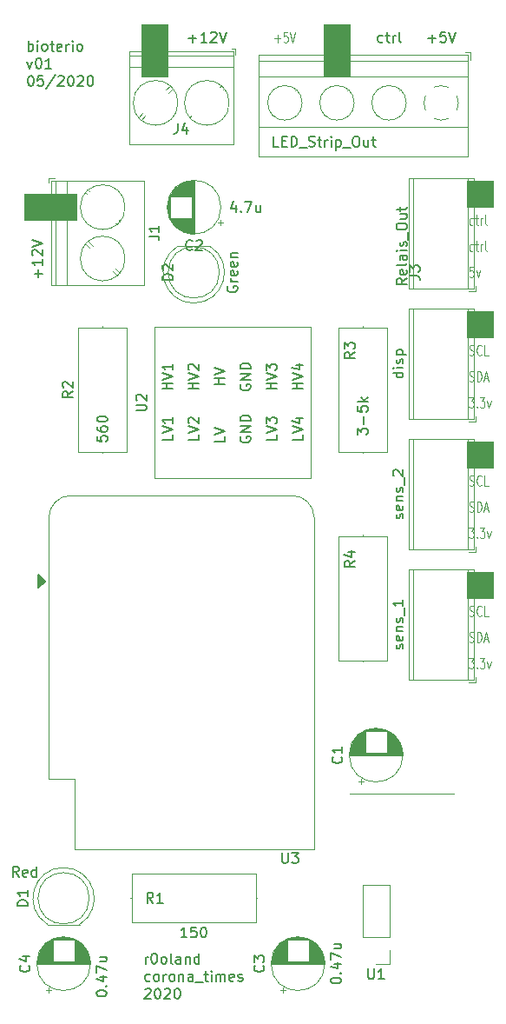
<source format=gbr>
G04 #@! TF.GenerationSoftware,KiCad,Pcbnew,(5.1.5)-3*
G04 #@! TF.CreationDate,2020-05-11T13:58:10+02:00*
G04 #@! TF.ProjectId,bioterio_v01,62696f74-6572-4696-9f5f-7630312e6b69,rev?*
G04 #@! TF.SameCoordinates,Original*
G04 #@! TF.FileFunction,Legend,Top*
G04 #@! TF.FilePolarity,Positive*
%FSLAX46Y46*%
G04 Gerber Fmt 4.6, Leading zero omitted, Abs format (unit mm)*
G04 Created by KiCad (PCBNEW (5.1.5)-3) date 2020-05-11 13:58:10*
%MOMM*%
%LPD*%
G04 APERTURE LIST*
%ADD10C,0.200000*%
%ADD11C,0.100000*%
%ADD12C,0.120000*%
%ADD13C,0.150000*%
G04 APERTURE END LIST*
D10*
X98158095Y-26692380D02*
X98158095Y-25692380D01*
X98158095Y-26073333D02*
X98253333Y-26025714D01*
X98443809Y-26025714D01*
X98539047Y-26073333D01*
X98586666Y-26120952D01*
X98634285Y-26216190D01*
X98634285Y-26501904D01*
X98586666Y-26597142D01*
X98539047Y-26644761D01*
X98443809Y-26692380D01*
X98253333Y-26692380D01*
X98158095Y-26644761D01*
X99062857Y-26692380D02*
X99062857Y-26025714D01*
X99062857Y-25692380D02*
X99015238Y-25740000D01*
X99062857Y-25787619D01*
X99110476Y-25740000D01*
X99062857Y-25692380D01*
X99062857Y-25787619D01*
X99681904Y-26692380D02*
X99586666Y-26644761D01*
X99539047Y-26597142D01*
X99491428Y-26501904D01*
X99491428Y-26216190D01*
X99539047Y-26120952D01*
X99586666Y-26073333D01*
X99681904Y-26025714D01*
X99824761Y-26025714D01*
X99920000Y-26073333D01*
X99967619Y-26120952D01*
X100015238Y-26216190D01*
X100015238Y-26501904D01*
X99967619Y-26597142D01*
X99920000Y-26644761D01*
X99824761Y-26692380D01*
X99681904Y-26692380D01*
X100300952Y-26025714D02*
X100681904Y-26025714D01*
X100443809Y-25692380D02*
X100443809Y-26549523D01*
X100491428Y-26644761D01*
X100586666Y-26692380D01*
X100681904Y-26692380D01*
X101396190Y-26644761D02*
X101300952Y-26692380D01*
X101110476Y-26692380D01*
X101015238Y-26644761D01*
X100967619Y-26549523D01*
X100967619Y-26168571D01*
X101015238Y-26073333D01*
X101110476Y-26025714D01*
X101300952Y-26025714D01*
X101396190Y-26073333D01*
X101443809Y-26168571D01*
X101443809Y-26263809D01*
X100967619Y-26359047D01*
X101872380Y-26692380D02*
X101872380Y-26025714D01*
X101872380Y-26216190D02*
X101920000Y-26120952D01*
X101967619Y-26073333D01*
X102062857Y-26025714D01*
X102158095Y-26025714D01*
X102491428Y-26692380D02*
X102491428Y-26025714D01*
X102491428Y-25692380D02*
X102443809Y-25740000D01*
X102491428Y-25787619D01*
X102539047Y-25740000D01*
X102491428Y-25692380D01*
X102491428Y-25787619D01*
X103110476Y-26692380D02*
X103015238Y-26644761D01*
X102967619Y-26597142D01*
X102920000Y-26501904D01*
X102920000Y-26216190D01*
X102967619Y-26120952D01*
X103015238Y-26073333D01*
X103110476Y-26025714D01*
X103253333Y-26025714D01*
X103348571Y-26073333D01*
X103396190Y-26120952D01*
X103443809Y-26216190D01*
X103443809Y-26501904D01*
X103396190Y-26597142D01*
X103348571Y-26644761D01*
X103253333Y-26692380D01*
X103110476Y-26692380D01*
X98062857Y-27725714D02*
X98300952Y-28392380D01*
X98539047Y-27725714D01*
X99110476Y-27392380D02*
X99205714Y-27392380D01*
X99300952Y-27440000D01*
X99348571Y-27487619D01*
X99396190Y-27582857D01*
X99443809Y-27773333D01*
X99443809Y-28011428D01*
X99396190Y-28201904D01*
X99348571Y-28297142D01*
X99300952Y-28344761D01*
X99205714Y-28392380D01*
X99110476Y-28392380D01*
X99015238Y-28344761D01*
X98967619Y-28297142D01*
X98920000Y-28201904D01*
X98872380Y-28011428D01*
X98872380Y-27773333D01*
X98920000Y-27582857D01*
X98967619Y-27487619D01*
X99015238Y-27440000D01*
X99110476Y-27392380D01*
X100396190Y-28392380D02*
X99824761Y-28392380D01*
X100110476Y-28392380D02*
X100110476Y-27392380D01*
X100015238Y-27535238D01*
X99920000Y-27630476D01*
X99824761Y-27678095D01*
X98348571Y-29092380D02*
X98443809Y-29092380D01*
X98539047Y-29140000D01*
X98586666Y-29187619D01*
X98634285Y-29282857D01*
X98681904Y-29473333D01*
X98681904Y-29711428D01*
X98634285Y-29901904D01*
X98586666Y-29997142D01*
X98539047Y-30044761D01*
X98443809Y-30092380D01*
X98348571Y-30092380D01*
X98253333Y-30044761D01*
X98205714Y-29997142D01*
X98158095Y-29901904D01*
X98110476Y-29711428D01*
X98110476Y-29473333D01*
X98158095Y-29282857D01*
X98205714Y-29187619D01*
X98253333Y-29140000D01*
X98348571Y-29092380D01*
X99586666Y-29092380D02*
X99110476Y-29092380D01*
X99062857Y-29568571D01*
X99110476Y-29520952D01*
X99205714Y-29473333D01*
X99443809Y-29473333D01*
X99539047Y-29520952D01*
X99586666Y-29568571D01*
X99634285Y-29663809D01*
X99634285Y-29901904D01*
X99586666Y-29997142D01*
X99539047Y-30044761D01*
X99443809Y-30092380D01*
X99205714Y-30092380D01*
X99110476Y-30044761D01*
X99062857Y-29997142D01*
X100777142Y-29044761D02*
X99920000Y-30330476D01*
X101062857Y-29187619D02*
X101110476Y-29140000D01*
X101205714Y-29092380D01*
X101443809Y-29092380D01*
X101539047Y-29140000D01*
X101586666Y-29187619D01*
X101634285Y-29282857D01*
X101634285Y-29378095D01*
X101586666Y-29520952D01*
X101015238Y-30092380D01*
X101634285Y-30092380D01*
X102253333Y-29092380D02*
X102348571Y-29092380D01*
X102443809Y-29140000D01*
X102491428Y-29187619D01*
X102539047Y-29282857D01*
X102586666Y-29473333D01*
X102586666Y-29711428D01*
X102539047Y-29901904D01*
X102491428Y-29997142D01*
X102443809Y-30044761D01*
X102348571Y-30092380D01*
X102253333Y-30092380D01*
X102158095Y-30044761D01*
X102110476Y-29997142D01*
X102062857Y-29901904D01*
X102015238Y-29711428D01*
X102015238Y-29473333D01*
X102062857Y-29282857D01*
X102110476Y-29187619D01*
X102158095Y-29140000D01*
X102253333Y-29092380D01*
X102967619Y-29187619D02*
X103015238Y-29140000D01*
X103110476Y-29092380D01*
X103348571Y-29092380D01*
X103443809Y-29140000D01*
X103491428Y-29187619D01*
X103539047Y-29282857D01*
X103539047Y-29378095D01*
X103491428Y-29520952D01*
X102920000Y-30092380D01*
X103539047Y-30092380D01*
X104158095Y-29092380D02*
X104253333Y-29092380D01*
X104348571Y-29140000D01*
X104396190Y-29187619D01*
X104443809Y-29282857D01*
X104491428Y-29473333D01*
X104491428Y-29711428D01*
X104443809Y-29901904D01*
X104396190Y-29997142D01*
X104348571Y-30044761D01*
X104253333Y-30092380D01*
X104158095Y-30092380D01*
X104062857Y-30044761D01*
X104015238Y-29997142D01*
X103967619Y-29901904D01*
X103920000Y-29711428D01*
X103920000Y-29473333D01*
X103967619Y-29282857D01*
X104015238Y-29187619D01*
X104062857Y-29140000D01*
X104158095Y-29092380D01*
X109588095Y-115592380D02*
X109588095Y-114925714D01*
X109588095Y-115116190D02*
X109635714Y-115020952D01*
X109683333Y-114973333D01*
X109778571Y-114925714D01*
X109873809Y-114925714D01*
X110397619Y-114592380D02*
X110492857Y-114592380D01*
X110588095Y-114640000D01*
X110635714Y-114687619D01*
X110683333Y-114782857D01*
X110730952Y-114973333D01*
X110730952Y-115211428D01*
X110683333Y-115401904D01*
X110635714Y-115497142D01*
X110588095Y-115544761D01*
X110492857Y-115592380D01*
X110397619Y-115592380D01*
X110302380Y-115544761D01*
X110254761Y-115497142D01*
X110207142Y-115401904D01*
X110159523Y-115211428D01*
X110159523Y-114973333D01*
X110207142Y-114782857D01*
X110254761Y-114687619D01*
X110302380Y-114640000D01*
X110397619Y-114592380D01*
X111302380Y-115592380D02*
X111207142Y-115544761D01*
X111159523Y-115497142D01*
X111111904Y-115401904D01*
X111111904Y-115116190D01*
X111159523Y-115020952D01*
X111207142Y-114973333D01*
X111302380Y-114925714D01*
X111445238Y-114925714D01*
X111540476Y-114973333D01*
X111588095Y-115020952D01*
X111635714Y-115116190D01*
X111635714Y-115401904D01*
X111588095Y-115497142D01*
X111540476Y-115544761D01*
X111445238Y-115592380D01*
X111302380Y-115592380D01*
X112207142Y-115592380D02*
X112111904Y-115544761D01*
X112064285Y-115449523D01*
X112064285Y-114592380D01*
X113016666Y-115592380D02*
X113016666Y-115068571D01*
X112969047Y-114973333D01*
X112873809Y-114925714D01*
X112683333Y-114925714D01*
X112588095Y-114973333D01*
X113016666Y-115544761D02*
X112921428Y-115592380D01*
X112683333Y-115592380D01*
X112588095Y-115544761D01*
X112540476Y-115449523D01*
X112540476Y-115354285D01*
X112588095Y-115259047D01*
X112683333Y-115211428D01*
X112921428Y-115211428D01*
X113016666Y-115163809D01*
X113492857Y-114925714D02*
X113492857Y-115592380D01*
X113492857Y-115020952D02*
X113540476Y-114973333D01*
X113635714Y-114925714D01*
X113778571Y-114925714D01*
X113873809Y-114973333D01*
X113921428Y-115068571D01*
X113921428Y-115592380D01*
X114826190Y-115592380D02*
X114826190Y-114592380D01*
X114826190Y-115544761D02*
X114730952Y-115592380D01*
X114540476Y-115592380D01*
X114445238Y-115544761D01*
X114397619Y-115497142D01*
X114350000Y-115401904D01*
X114350000Y-115116190D01*
X114397619Y-115020952D01*
X114445238Y-114973333D01*
X114540476Y-114925714D01*
X114730952Y-114925714D01*
X114826190Y-114973333D01*
X110016666Y-117244761D02*
X109921428Y-117292380D01*
X109730952Y-117292380D01*
X109635714Y-117244761D01*
X109588095Y-117197142D01*
X109540476Y-117101904D01*
X109540476Y-116816190D01*
X109588095Y-116720952D01*
X109635714Y-116673333D01*
X109730952Y-116625714D01*
X109921428Y-116625714D01*
X110016666Y-116673333D01*
X110588095Y-117292380D02*
X110492857Y-117244761D01*
X110445238Y-117197142D01*
X110397619Y-117101904D01*
X110397619Y-116816190D01*
X110445238Y-116720952D01*
X110492857Y-116673333D01*
X110588095Y-116625714D01*
X110730952Y-116625714D01*
X110826190Y-116673333D01*
X110873809Y-116720952D01*
X110921428Y-116816190D01*
X110921428Y-117101904D01*
X110873809Y-117197142D01*
X110826190Y-117244761D01*
X110730952Y-117292380D01*
X110588095Y-117292380D01*
X111350000Y-117292380D02*
X111350000Y-116625714D01*
X111350000Y-116816190D02*
X111397619Y-116720952D01*
X111445238Y-116673333D01*
X111540476Y-116625714D01*
X111635714Y-116625714D01*
X112111904Y-117292380D02*
X112016666Y-117244761D01*
X111969047Y-117197142D01*
X111921428Y-117101904D01*
X111921428Y-116816190D01*
X111969047Y-116720952D01*
X112016666Y-116673333D01*
X112111904Y-116625714D01*
X112254761Y-116625714D01*
X112350000Y-116673333D01*
X112397619Y-116720952D01*
X112445238Y-116816190D01*
X112445238Y-117101904D01*
X112397619Y-117197142D01*
X112350000Y-117244761D01*
X112254761Y-117292380D01*
X112111904Y-117292380D01*
X112873809Y-116625714D02*
X112873809Y-117292380D01*
X112873809Y-116720952D02*
X112921428Y-116673333D01*
X113016666Y-116625714D01*
X113159523Y-116625714D01*
X113254761Y-116673333D01*
X113302380Y-116768571D01*
X113302380Y-117292380D01*
X114207142Y-117292380D02*
X114207142Y-116768571D01*
X114159523Y-116673333D01*
X114064285Y-116625714D01*
X113873809Y-116625714D01*
X113778571Y-116673333D01*
X114207142Y-117244761D02*
X114111904Y-117292380D01*
X113873809Y-117292380D01*
X113778571Y-117244761D01*
X113730952Y-117149523D01*
X113730952Y-117054285D01*
X113778571Y-116959047D01*
X113873809Y-116911428D01*
X114111904Y-116911428D01*
X114207142Y-116863809D01*
X114445238Y-117387619D02*
X115207142Y-117387619D01*
X115302380Y-116625714D02*
X115683333Y-116625714D01*
X115445238Y-116292380D02*
X115445238Y-117149523D01*
X115492857Y-117244761D01*
X115588095Y-117292380D01*
X115683333Y-117292380D01*
X116016666Y-117292380D02*
X116016666Y-116625714D01*
X116016666Y-116292380D02*
X115969047Y-116340000D01*
X116016666Y-116387619D01*
X116064285Y-116340000D01*
X116016666Y-116292380D01*
X116016666Y-116387619D01*
X116492857Y-117292380D02*
X116492857Y-116625714D01*
X116492857Y-116720952D02*
X116540476Y-116673333D01*
X116635714Y-116625714D01*
X116778571Y-116625714D01*
X116873809Y-116673333D01*
X116921428Y-116768571D01*
X116921428Y-117292380D01*
X116921428Y-116768571D02*
X116969047Y-116673333D01*
X117064285Y-116625714D01*
X117207142Y-116625714D01*
X117302380Y-116673333D01*
X117350000Y-116768571D01*
X117350000Y-117292380D01*
X118207142Y-117244761D02*
X118111904Y-117292380D01*
X117921428Y-117292380D01*
X117826190Y-117244761D01*
X117778571Y-117149523D01*
X117778571Y-116768571D01*
X117826190Y-116673333D01*
X117921428Y-116625714D01*
X118111904Y-116625714D01*
X118207142Y-116673333D01*
X118254761Y-116768571D01*
X118254761Y-116863809D01*
X117778571Y-116959047D01*
X118635714Y-117244761D02*
X118730952Y-117292380D01*
X118921428Y-117292380D01*
X119016666Y-117244761D01*
X119064285Y-117149523D01*
X119064285Y-117101904D01*
X119016666Y-117006666D01*
X118921428Y-116959047D01*
X118778571Y-116959047D01*
X118683333Y-116911428D01*
X118635714Y-116816190D01*
X118635714Y-116768571D01*
X118683333Y-116673333D01*
X118778571Y-116625714D01*
X118921428Y-116625714D01*
X119016666Y-116673333D01*
X109540476Y-118087619D02*
X109588095Y-118040000D01*
X109683333Y-117992380D01*
X109921428Y-117992380D01*
X110016666Y-118040000D01*
X110064285Y-118087619D01*
X110111904Y-118182857D01*
X110111904Y-118278095D01*
X110064285Y-118420952D01*
X109492857Y-118992380D01*
X110111904Y-118992380D01*
X110730952Y-117992380D02*
X110826190Y-117992380D01*
X110921428Y-118040000D01*
X110969047Y-118087619D01*
X111016666Y-118182857D01*
X111064285Y-118373333D01*
X111064285Y-118611428D01*
X111016666Y-118801904D01*
X110969047Y-118897142D01*
X110921428Y-118944761D01*
X110826190Y-118992380D01*
X110730952Y-118992380D01*
X110635714Y-118944761D01*
X110588095Y-118897142D01*
X110540476Y-118801904D01*
X110492857Y-118611428D01*
X110492857Y-118373333D01*
X110540476Y-118182857D01*
X110588095Y-118087619D01*
X110635714Y-118040000D01*
X110730952Y-117992380D01*
X111445238Y-118087619D02*
X111492857Y-118040000D01*
X111588095Y-117992380D01*
X111826190Y-117992380D01*
X111921428Y-118040000D01*
X111969047Y-118087619D01*
X112016666Y-118182857D01*
X112016666Y-118278095D01*
X111969047Y-118420952D01*
X111397619Y-118992380D01*
X112016666Y-118992380D01*
X112635714Y-117992380D02*
X112730952Y-117992380D01*
X112826190Y-118040000D01*
X112873809Y-118087619D01*
X112921428Y-118182857D01*
X112969047Y-118373333D01*
X112969047Y-118611428D01*
X112921428Y-118801904D01*
X112873809Y-118897142D01*
X112826190Y-118944761D01*
X112730952Y-118992380D01*
X112635714Y-118992380D01*
X112540476Y-118944761D01*
X112492857Y-118897142D01*
X112445238Y-118801904D01*
X112397619Y-118611428D01*
X112397619Y-118373333D01*
X112445238Y-118182857D01*
X112492857Y-118087619D01*
X112540476Y-118040000D01*
X112635714Y-117992380D01*
D11*
X122163571Y-25471428D02*
X122735000Y-25471428D01*
X122449285Y-25852380D02*
X122449285Y-25090476D01*
X123449285Y-24852380D02*
X123092142Y-24852380D01*
X123056428Y-25328571D01*
X123092142Y-25280952D01*
X123163571Y-25233333D01*
X123342142Y-25233333D01*
X123413571Y-25280952D01*
X123449285Y-25328571D01*
X123485000Y-25423809D01*
X123485000Y-25661904D01*
X123449285Y-25757142D01*
X123413571Y-25804761D01*
X123342142Y-25852380D01*
X123163571Y-25852380D01*
X123092142Y-25804761D01*
X123056428Y-25757142D01*
X123699285Y-24852380D02*
X123949285Y-25852380D01*
X124199285Y-24852380D01*
G36*
X102870000Y-43180000D02*
G01*
X97790000Y-43180000D01*
X97790000Y-40640000D01*
X102870000Y-40640000D01*
X102870000Y-43180000D01*
G37*
X102870000Y-43180000D02*
X97790000Y-43180000D01*
X97790000Y-40640000D01*
X102870000Y-40640000D01*
X102870000Y-43180000D01*
X141570714Y-47712380D02*
X141213571Y-47712380D01*
X141177857Y-48188571D01*
X141213571Y-48140952D01*
X141285000Y-48093333D01*
X141463571Y-48093333D01*
X141535000Y-48140952D01*
X141570714Y-48188571D01*
X141606428Y-48283809D01*
X141606428Y-48521904D01*
X141570714Y-48617142D01*
X141535000Y-48664761D01*
X141463571Y-48712380D01*
X141285000Y-48712380D01*
X141213571Y-48664761D01*
X141177857Y-48617142D01*
X141856428Y-48045714D02*
X142035000Y-48712380D01*
X142213571Y-48045714D01*
X141535000Y-43584761D02*
X141463571Y-43632380D01*
X141320714Y-43632380D01*
X141249285Y-43584761D01*
X141213571Y-43537142D01*
X141177857Y-43441904D01*
X141177857Y-43156190D01*
X141213571Y-43060952D01*
X141249285Y-43013333D01*
X141320714Y-42965714D01*
X141463571Y-42965714D01*
X141535000Y-43013333D01*
X141749285Y-42965714D02*
X142035000Y-42965714D01*
X141856428Y-42632380D02*
X141856428Y-43489523D01*
X141892142Y-43584761D01*
X141963571Y-43632380D01*
X142035000Y-43632380D01*
X142285000Y-43632380D02*
X142285000Y-42965714D01*
X142285000Y-43156190D02*
X142320714Y-43060952D01*
X142356428Y-43013333D01*
X142427857Y-42965714D01*
X142499285Y-42965714D01*
X142856428Y-43632380D02*
X142785000Y-43584761D01*
X142749285Y-43489523D01*
X142749285Y-42632380D01*
X141535000Y-46124761D02*
X141463571Y-46172380D01*
X141320714Y-46172380D01*
X141249285Y-46124761D01*
X141213571Y-46077142D01*
X141177857Y-45981904D01*
X141177857Y-45696190D01*
X141213571Y-45600952D01*
X141249285Y-45553333D01*
X141320714Y-45505714D01*
X141463571Y-45505714D01*
X141535000Y-45553333D01*
X141749285Y-45505714D02*
X142035000Y-45505714D01*
X141856428Y-45172380D02*
X141856428Y-46029523D01*
X141892142Y-46124761D01*
X141963571Y-46172380D01*
X142035000Y-46172380D01*
X142285000Y-46172380D02*
X142285000Y-45505714D01*
X142285000Y-45696190D02*
X142320714Y-45600952D01*
X142356428Y-45553333D01*
X142427857Y-45505714D01*
X142499285Y-45505714D01*
X142856428Y-46172380D02*
X142785000Y-46124761D01*
X142749285Y-46029523D01*
X142749285Y-45172380D01*
G36*
X143510000Y-54610000D02*
G01*
X140970000Y-54610000D01*
X140970000Y-52070000D01*
X143510000Y-52070000D01*
X143510000Y-54610000D01*
G37*
X143510000Y-54610000D02*
X140970000Y-54610000D01*
X140970000Y-52070000D01*
X143510000Y-52070000D01*
X143510000Y-54610000D01*
G36*
X143510000Y-54610000D02*
G01*
X140970000Y-54610000D01*
X140970000Y-52070000D01*
X143510000Y-52070000D01*
X143510000Y-54610000D01*
G37*
X143510000Y-54610000D02*
X140970000Y-54610000D01*
X140970000Y-52070000D01*
X143510000Y-52070000D01*
X143510000Y-54610000D01*
X141142142Y-60412380D02*
X141606428Y-60412380D01*
X141356428Y-60793333D01*
X141463571Y-60793333D01*
X141535000Y-60840952D01*
X141570714Y-60888571D01*
X141606428Y-60983809D01*
X141606428Y-61221904D01*
X141570714Y-61317142D01*
X141535000Y-61364761D01*
X141463571Y-61412380D01*
X141249285Y-61412380D01*
X141177857Y-61364761D01*
X141142142Y-61317142D01*
X141927857Y-61317142D02*
X141963571Y-61364761D01*
X141927857Y-61412380D01*
X141892142Y-61364761D01*
X141927857Y-61317142D01*
X141927857Y-61412380D01*
X142213571Y-60412380D02*
X142677857Y-60412380D01*
X142427857Y-60793333D01*
X142535000Y-60793333D01*
X142606428Y-60840952D01*
X142642142Y-60888571D01*
X142677857Y-60983809D01*
X142677857Y-61221904D01*
X142642142Y-61317142D01*
X142606428Y-61364761D01*
X142535000Y-61412380D01*
X142320714Y-61412380D01*
X142249285Y-61364761D01*
X142213571Y-61317142D01*
X142927857Y-60745714D02*
X143106428Y-61412380D01*
X143285000Y-60745714D01*
X141177857Y-56284761D02*
X141285000Y-56332380D01*
X141463571Y-56332380D01*
X141535000Y-56284761D01*
X141570714Y-56237142D01*
X141606428Y-56141904D01*
X141606428Y-56046666D01*
X141570714Y-55951428D01*
X141535000Y-55903809D01*
X141463571Y-55856190D01*
X141320714Y-55808571D01*
X141249285Y-55760952D01*
X141213571Y-55713333D01*
X141177857Y-55618095D01*
X141177857Y-55522857D01*
X141213571Y-55427619D01*
X141249285Y-55380000D01*
X141320714Y-55332380D01*
X141499285Y-55332380D01*
X141606428Y-55380000D01*
X142356428Y-56237142D02*
X142320714Y-56284761D01*
X142213571Y-56332380D01*
X142142142Y-56332380D01*
X142035000Y-56284761D01*
X141963571Y-56189523D01*
X141927857Y-56094285D01*
X141892142Y-55903809D01*
X141892142Y-55760952D01*
X141927857Y-55570476D01*
X141963571Y-55475238D01*
X142035000Y-55380000D01*
X142142142Y-55332380D01*
X142213571Y-55332380D01*
X142320714Y-55380000D01*
X142356428Y-55427619D01*
X143035000Y-56332380D02*
X142677857Y-56332380D01*
X142677857Y-55332380D01*
X141177857Y-58824761D02*
X141285000Y-58872380D01*
X141463571Y-58872380D01*
X141535000Y-58824761D01*
X141570714Y-58777142D01*
X141606428Y-58681904D01*
X141606428Y-58586666D01*
X141570714Y-58491428D01*
X141535000Y-58443809D01*
X141463571Y-58396190D01*
X141320714Y-58348571D01*
X141249285Y-58300952D01*
X141213571Y-58253333D01*
X141177857Y-58158095D01*
X141177857Y-58062857D01*
X141213571Y-57967619D01*
X141249285Y-57920000D01*
X141320714Y-57872380D01*
X141499285Y-57872380D01*
X141606428Y-57920000D01*
X141927857Y-58872380D02*
X141927857Y-57872380D01*
X142106428Y-57872380D01*
X142213571Y-57920000D01*
X142285000Y-58015238D01*
X142320714Y-58110476D01*
X142356428Y-58300952D01*
X142356428Y-58443809D01*
X142320714Y-58634285D01*
X142285000Y-58729523D01*
X142213571Y-58824761D01*
X142106428Y-58872380D01*
X141927857Y-58872380D01*
X142642142Y-58586666D02*
X142999285Y-58586666D01*
X142570714Y-58872380D02*
X142820714Y-57872380D01*
X143070714Y-58872380D01*
G36*
X143510000Y-67310000D02*
G01*
X140970000Y-67310000D01*
X140970000Y-64770000D01*
X143510000Y-64770000D01*
X143510000Y-67310000D01*
G37*
X143510000Y-67310000D02*
X140970000Y-67310000D01*
X140970000Y-64770000D01*
X143510000Y-64770000D01*
X143510000Y-67310000D01*
X141177857Y-68984761D02*
X141285000Y-69032380D01*
X141463571Y-69032380D01*
X141535000Y-68984761D01*
X141570714Y-68937142D01*
X141606428Y-68841904D01*
X141606428Y-68746666D01*
X141570714Y-68651428D01*
X141535000Y-68603809D01*
X141463571Y-68556190D01*
X141320714Y-68508571D01*
X141249285Y-68460952D01*
X141213571Y-68413333D01*
X141177857Y-68318095D01*
X141177857Y-68222857D01*
X141213571Y-68127619D01*
X141249285Y-68080000D01*
X141320714Y-68032380D01*
X141499285Y-68032380D01*
X141606428Y-68080000D01*
X142356428Y-68937142D02*
X142320714Y-68984761D01*
X142213571Y-69032380D01*
X142142142Y-69032380D01*
X142035000Y-68984761D01*
X141963571Y-68889523D01*
X141927857Y-68794285D01*
X141892142Y-68603809D01*
X141892142Y-68460952D01*
X141927857Y-68270476D01*
X141963571Y-68175238D01*
X142035000Y-68080000D01*
X142142142Y-68032380D01*
X142213571Y-68032380D01*
X142320714Y-68080000D01*
X142356428Y-68127619D01*
X143035000Y-69032380D02*
X142677857Y-69032380D01*
X142677857Y-68032380D01*
X141177857Y-71524761D02*
X141285000Y-71572380D01*
X141463571Y-71572380D01*
X141535000Y-71524761D01*
X141570714Y-71477142D01*
X141606428Y-71381904D01*
X141606428Y-71286666D01*
X141570714Y-71191428D01*
X141535000Y-71143809D01*
X141463571Y-71096190D01*
X141320714Y-71048571D01*
X141249285Y-71000952D01*
X141213571Y-70953333D01*
X141177857Y-70858095D01*
X141177857Y-70762857D01*
X141213571Y-70667619D01*
X141249285Y-70620000D01*
X141320714Y-70572380D01*
X141499285Y-70572380D01*
X141606428Y-70620000D01*
X141927857Y-71572380D02*
X141927857Y-70572380D01*
X142106428Y-70572380D01*
X142213571Y-70620000D01*
X142285000Y-70715238D01*
X142320714Y-70810476D01*
X142356428Y-71000952D01*
X142356428Y-71143809D01*
X142320714Y-71334285D01*
X142285000Y-71429523D01*
X142213571Y-71524761D01*
X142106428Y-71572380D01*
X141927857Y-71572380D01*
X142642142Y-71286666D02*
X142999285Y-71286666D01*
X142570714Y-71572380D02*
X142820714Y-70572380D01*
X143070714Y-71572380D01*
X141142142Y-73112380D02*
X141606428Y-73112380D01*
X141356428Y-73493333D01*
X141463571Y-73493333D01*
X141535000Y-73540952D01*
X141570714Y-73588571D01*
X141606428Y-73683809D01*
X141606428Y-73921904D01*
X141570714Y-74017142D01*
X141535000Y-74064761D01*
X141463571Y-74112380D01*
X141249285Y-74112380D01*
X141177857Y-74064761D01*
X141142142Y-74017142D01*
X141927857Y-74017142D02*
X141963571Y-74064761D01*
X141927857Y-74112380D01*
X141892142Y-74064761D01*
X141927857Y-74017142D01*
X141927857Y-74112380D01*
X142213571Y-73112380D02*
X142677857Y-73112380D01*
X142427857Y-73493333D01*
X142535000Y-73493333D01*
X142606428Y-73540952D01*
X142642142Y-73588571D01*
X142677857Y-73683809D01*
X142677857Y-73921904D01*
X142642142Y-74017142D01*
X142606428Y-74064761D01*
X142535000Y-74112380D01*
X142320714Y-74112380D01*
X142249285Y-74064761D01*
X142213571Y-74017142D01*
X142927857Y-73445714D02*
X143106428Y-74112380D01*
X143285000Y-73445714D01*
X141177857Y-81684761D02*
X141285000Y-81732380D01*
X141463571Y-81732380D01*
X141535000Y-81684761D01*
X141570714Y-81637142D01*
X141606428Y-81541904D01*
X141606428Y-81446666D01*
X141570714Y-81351428D01*
X141535000Y-81303809D01*
X141463571Y-81256190D01*
X141320714Y-81208571D01*
X141249285Y-81160952D01*
X141213571Y-81113333D01*
X141177857Y-81018095D01*
X141177857Y-80922857D01*
X141213571Y-80827619D01*
X141249285Y-80780000D01*
X141320714Y-80732380D01*
X141499285Y-80732380D01*
X141606428Y-80780000D01*
X142356428Y-81637142D02*
X142320714Y-81684761D01*
X142213571Y-81732380D01*
X142142142Y-81732380D01*
X142035000Y-81684761D01*
X141963571Y-81589523D01*
X141927857Y-81494285D01*
X141892142Y-81303809D01*
X141892142Y-81160952D01*
X141927857Y-80970476D01*
X141963571Y-80875238D01*
X142035000Y-80780000D01*
X142142142Y-80732380D01*
X142213571Y-80732380D01*
X142320714Y-80780000D01*
X142356428Y-80827619D01*
X143035000Y-81732380D02*
X142677857Y-81732380D01*
X142677857Y-80732380D01*
X141142142Y-85812380D02*
X141606428Y-85812380D01*
X141356428Y-86193333D01*
X141463571Y-86193333D01*
X141535000Y-86240952D01*
X141570714Y-86288571D01*
X141606428Y-86383809D01*
X141606428Y-86621904D01*
X141570714Y-86717142D01*
X141535000Y-86764761D01*
X141463571Y-86812380D01*
X141249285Y-86812380D01*
X141177857Y-86764761D01*
X141142142Y-86717142D01*
X141927857Y-86717142D02*
X141963571Y-86764761D01*
X141927857Y-86812380D01*
X141892142Y-86764761D01*
X141927857Y-86717142D01*
X141927857Y-86812380D01*
X142213571Y-85812380D02*
X142677857Y-85812380D01*
X142427857Y-86193333D01*
X142535000Y-86193333D01*
X142606428Y-86240952D01*
X142642142Y-86288571D01*
X142677857Y-86383809D01*
X142677857Y-86621904D01*
X142642142Y-86717142D01*
X142606428Y-86764761D01*
X142535000Y-86812380D01*
X142320714Y-86812380D01*
X142249285Y-86764761D01*
X142213571Y-86717142D01*
X142927857Y-86145714D02*
X143106428Y-86812380D01*
X143285000Y-86145714D01*
X141177857Y-84224761D02*
X141285000Y-84272380D01*
X141463571Y-84272380D01*
X141535000Y-84224761D01*
X141570714Y-84177142D01*
X141606428Y-84081904D01*
X141606428Y-83986666D01*
X141570714Y-83891428D01*
X141535000Y-83843809D01*
X141463571Y-83796190D01*
X141320714Y-83748571D01*
X141249285Y-83700952D01*
X141213571Y-83653333D01*
X141177857Y-83558095D01*
X141177857Y-83462857D01*
X141213571Y-83367619D01*
X141249285Y-83320000D01*
X141320714Y-83272380D01*
X141499285Y-83272380D01*
X141606428Y-83320000D01*
X141927857Y-84272380D02*
X141927857Y-83272380D01*
X142106428Y-83272380D01*
X142213571Y-83320000D01*
X142285000Y-83415238D01*
X142320714Y-83510476D01*
X142356428Y-83700952D01*
X142356428Y-83843809D01*
X142320714Y-84034285D01*
X142285000Y-84129523D01*
X142213571Y-84224761D01*
X142106428Y-84272380D01*
X141927857Y-84272380D01*
X142642142Y-83986666D02*
X142999285Y-83986666D01*
X142570714Y-84272380D02*
X142820714Y-83272380D01*
X143070714Y-84272380D01*
G36*
X143510000Y-80010000D02*
G01*
X140970000Y-80010000D01*
X140970000Y-77470000D01*
X143510000Y-77470000D01*
X143510000Y-80010000D01*
G37*
X143510000Y-80010000D02*
X140970000Y-80010000D01*
X140970000Y-77470000D01*
X143510000Y-77470000D01*
X143510000Y-80010000D01*
G36*
X143510000Y-67310000D02*
G01*
X140970000Y-67310000D01*
X140970000Y-64770000D01*
X143510000Y-64770000D01*
X143510000Y-67310000D01*
G37*
X143510000Y-67310000D02*
X140970000Y-67310000D01*
X140970000Y-64770000D01*
X143510000Y-64770000D01*
X143510000Y-67310000D01*
G36*
X143510000Y-41910000D02*
G01*
X140970000Y-41910000D01*
X140970000Y-39370000D01*
X143510000Y-39370000D01*
X143510000Y-41910000D01*
G37*
X143510000Y-41910000D02*
X140970000Y-41910000D01*
X140970000Y-39370000D01*
X143510000Y-39370000D01*
X143510000Y-41910000D01*
G36*
X129540000Y-29210000D02*
G01*
X127000000Y-29210000D01*
X127000000Y-24130000D01*
X129540000Y-24130000D01*
X129540000Y-29210000D01*
G37*
X129540000Y-29210000D02*
X127000000Y-29210000D01*
X127000000Y-24130000D01*
X129540000Y-24130000D01*
X129540000Y-29210000D01*
G36*
X111760000Y-29210000D02*
G01*
X109220000Y-29210000D01*
X109220000Y-24130000D01*
X111760000Y-24130000D01*
X111760000Y-29210000D01*
G37*
X111760000Y-29210000D02*
X109220000Y-29210000D01*
X109220000Y-24130000D01*
X111760000Y-24130000D01*
X111760000Y-29210000D01*
D12*
X129540000Y-99060000D02*
X139700000Y-99060000D01*
X134700000Y-95270000D02*
G75*
G03X134700000Y-95270000I-2620000J0D01*
G01*
X129500000Y-95270000D02*
X134660000Y-95270000D01*
X129500000Y-95230000D02*
X134660000Y-95230000D01*
X129501000Y-95190000D02*
X134659000Y-95190000D01*
X129502000Y-95150000D02*
X134658000Y-95150000D01*
X129504000Y-95110000D02*
X134656000Y-95110000D01*
X129507000Y-95070000D02*
X134653000Y-95070000D01*
X129511000Y-95030000D02*
X131040000Y-95030000D01*
X133120000Y-95030000D02*
X134649000Y-95030000D01*
X129515000Y-94990000D02*
X131040000Y-94990000D01*
X133120000Y-94990000D02*
X134645000Y-94990000D01*
X129519000Y-94950000D02*
X131040000Y-94950000D01*
X133120000Y-94950000D02*
X134641000Y-94950000D01*
X129524000Y-94910000D02*
X131040000Y-94910000D01*
X133120000Y-94910000D02*
X134636000Y-94910000D01*
X129530000Y-94870000D02*
X131040000Y-94870000D01*
X133120000Y-94870000D02*
X134630000Y-94870000D01*
X129537000Y-94830000D02*
X131040000Y-94830000D01*
X133120000Y-94830000D02*
X134623000Y-94830000D01*
X129544000Y-94790000D02*
X131040000Y-94790000D01*
X133120000Y-94790000D02*
X134616000Y-94790000D01*
X129552000Y-94750000D02*
X131040000Y-94750000D01*
X133120000Y-94750000D02*
X134608000Y-94750000D01*
X129560000Y-94710000D02*
X131040000Y-94710000D01*
X133120000Y-94710000D02*
X134600000Y-94710000D01*
X129569000Y-94670000D02*
X131040000Y-94670000D01*
X133120000Y-94670000D02*
X134591000Y-94670000D01*
X129579000Y-94630000D02*
X131040000Y-94630000D01*
X133120000Y-94630000D02*
X134581000Y-94630000D01*
X129589000Y-94590000D02*
X131040000Y-94590000D01*
X133120000Y-94590000D02*
X134571000Y-94590000D01*
X129600000Y-94549000D02*
X131040000Y-94549000D01*
X133120000Y-94549000D02*
X134560000Y-94549000D01*
X129612000Y-94509000D02*
X131040000Y-94509000D01*
X133120000Y-94509000D02*
X134548000Y-94509000D01*
X129625000Y-94469000D02*
X131040000Y-94469000D01*
X133120000Y-94469000D02*
X134535000Y-94469000D01*
X129638000Y-94429000D02*
X131040000Y-94429000D01*
X133120000Y-94429000D02*
X134522000Y-94429000D01*
X129652000Y-94389000D02*
X131040000Y-94389000D01*
X133120000Y-94389000D02*
X134508000Y-94389000D01*
X129666000Y-94349000D02*
X131040000Y-94349000D01*
X133120000Y-94349000D02*
X134494000Y-94349000D01*
X129682000Y-94309000D02*
X131040000Y-94309000D01*
X133120000Y-94309000D02*
X134478000Y-94309000D01*
X129698000Y-94269000D02*
X131040000Y-94269000D01*
X133120000Y-94269000D02*
X134462000Y-94269000D01*
X129715000Y-94229000D02*
X131040000Y-94229000D01*
X133120000Y-94229000D02*
X134445000Y-94229000D01*
X129732000Y-94189000D02*
X131040000Y-94189000D01*
X133120000Y-94189000D02*
X134428000Y-94189000D01*
X129751000Y-94149000D02*
X131040000Y-94149000D01*
X133120000Y-94149000D02*
X134409000Y-94149000D01*
X129770000Y-94109000D02*
X131040000Y-94109000D01*
X133120000Y-94109000D02*
X134390000Y-94109000D01*
X129790000Y-94069000D02*
X131040000Y-94069000D01*
X133120000Y-94069000D02*
X134370000Y-94069000D01*
X129812000Y-94029000D02*
X131040000Y-94029000D01*
X133120000Y-94029000D02*
X134348000Y-94029000D01*
X129833000Y-93989000D02*
X131040000Y-93989000D01*
X133120000Y-93989000D02*
X134327000Y-93989000D01*
X129856000Y-93949000D02*
X131040000Y-93949000D01*
X133120000Y-93949000D02*
X134304000Y-93949000D01*
X129880000Y-93909000D02*
X131040000Y-93909000D01*
X133120000Y-93909000D02*
X134280000Y-93909000D01*
X129905000Y-93869000D02*
X131040000Y-93869000D01*
X133120000Y-93869000D02*
X134255000Y-93869000D01*
X129931000Y-93829000D02*
X131040000Y-93829000D01*
X133120000Y-93829000D02*
X134229000Y-93829000D01*
X129958000Y-93789000D02*
X131040000Y-93789000D01*
X133120000Y-93789000D02*
X134202000Y-93789000D01*
X129985000Y-93749000D02*
X131040000Y-93749000D01*
X133120000Y-93749000D02*
X134175000Y-93749000D01*
X130015000Y-93709000D02*
X131040000Y-93709000D01*
X133120000Y-93709000D02*
X134145000Y-93709000D01*
X130045000Y-93669000D02*
X131040000Y-93669000D01*
X133120000Y-93669000D02*
X134115000Y-93669000D01*
X130076000Y-93629000D02*
X131040000Y-93629000D01*
X133120000Y-93629000D02*
X134084000Y-93629000D01*
X130109000Y-93589000D02*
X131040000Y-93589000D01*
X133120000Y-93589000D02*
X134051000Y-93589000D01*
X130143000Y-93549000D02*
X131040000Y-93549000D01*
X133120000Y-93549000D02*
X134017000Y-93549000D01*
X130179000Y-93509000D02*
X131040000Y-93509000D01*
X133120000Y-93509000D02*
X133981000Y-93509000D01*
X130216000Y-93469000D02*
X131040000Y-93469000D01*
X133120000Y-93469000D02*
X133944000Y-93469000D01*
X130254000Y-93429000D02*
X131040000Y-93429000D01*
X133120000Y-93429000D02*
X133906000Y-93429000D01*
X130295000Y-93389000D02*
X131040000Y-93389000D01*
X133120000Y-93389000D02*
X133865000Y-93389000D01*
X130337000Y-93349000D02*
X131040000Y-93349000D01*
X133120000Y-93349000D02*
X133823000Y-93349000D01*
X130381000Y-93309000D02*
X131040000Y-93309000D01*
X133120000Y-93309000D02*
X133779000Y-93309000D01*
X130427000Y-93269000D02*
X131040000Y-93269000D01*
X133120000Y-93269000D02*
X133733000Y-93269000D01*
X130475000Y-93229000D02*
X131040000Y-93229000D01*
X133120000Y-93229000D02*
X133685000Y-93229000D01*
X130526000Y-93189000D02*
X131040000Y-93189000D01*
X133120000Y-93189000D02*
X133634000Y-93189000D01*
X130580000Y-93149000D02*
X131040000Y-93149000D01*
X133120000Y-93149000D02*
X133580000Y-93149000D01*
X130637000Y-93109000D02*
X131040000Y-93109000D01*
X133120000Y-93109000D02*
X133523000Y-93109000D01*
X130697000Y-93069000D02*
X131040000Y-93069000D01*
X133120000Y-93069000D02*
X133463000Y-93069000D01*
X130761000Y-93029000D02*
X131040000Y-93029000D01*
X133120000Y-93029000D02*
X133399000Y-93029000D01*
X130829000Y-92989000D02*
X131040000Y-92989000D01*
X133120000Y-92989000D02*
X133331000Y-92989000D01*
X130902000Y-92949000D02*
X133258000Y-92949000D01*
X130982000Y-92909000D02*
X133178000Y-92909000D01*
X131069000Y-92869000D02*
X133091000Y-92869000D01*
X131165000Y-92829000D02*
X132995000Y-92829000D01*
X131275000Y-92789000D02*
X132885000Y-92789000D01*
X131403000Y-92749000D02*
X132757000Y-92749000D01*
X131562000Y-92709000D02*
X132598000Y-92709000D01*
X131796000Y-92669000D02*
X132364000Y-92669000D01*
X130605000Y-98074775D02*
X130605000Y-97574775D01*
X130355000Y-97824775D02*
X130855000Y-97824775D01*
X116874775Y-43635000D02*
X116874775Y-43135000D01*
X117124775Y-43385000D02*
X116624775Y-43385000D01*
X111719000Y-42194000D02*
X111719000Y-41626000D01*
X111759000Y-42428000D02*
X111759000Y-41392000D01*
X111799000Y-42587000D02*
X111799000Y-41233000D01*
X111839000Y-42715000D02*
X111839000Y-41105000D01*
X111879000Y-42825000D02*
X111879000Y-40995000D01*
X111919000Y-42921000D02*
X111919000Y-40899000D01*
X111959000Y-43008000D02*
X111959000Y-40812000D01*
X111999000Y-43088000D02*
X111999000Y-40732000D01*
X112039000Y-40870000D02*
X112039000Y-40659000D01*
X112039000Y-43161000D02*
X112039000Y-42950000D01*
X112079000Y-40870000D02*
X112079000Y-40591000D01*
X112079000Y-43229000D02*
X112079000Y-42950000D01*
X112119000Y-40870000D02*
X112119000Y-40527000D01*
X112119000Y-43293000D02*
X112119000Y-42950000D01*
X112159000Y-40870000D02*
X112159000Y-40467000D01*
X112159000Y-43353000D02*
X112159000Y-42950000D01*
X112199000Y-40870000D02*
X112199000Y-40410000D01*
X112199000Y-43410000D02*
X112199000Y-42950000D01*
X112239000Y-40870000D02*
X112239000Y-40356000D01*
X112239000Y-43464000D02*
X112239000Y-42950000D01*
X112279000Y-40870000D02*
X112279000Y-40305000D01*
X112279000Y-43515000D02*
X112279000Y-42950000D01*
X112319000Y-40870000D02*
X112319000Y-40257000D01*
X112319000Y-43563000D02*
X112319000Y-42950000D01*
X112359000Y-40870000D02*
X112359000Y-40211000D01*
X112359000Y-43609000D02*
X112359000Y-42950000D01*
X112399000Y-40870000D02*
X112399000Y-40167000D01*
X112399000Y-43653000D02*
X112399000Y-42950000D01*
X112439000Y-40870000D02*
X112439000Y-40125000D01*
X112439000Y-43695000D02*
X112439000Y-42950000D01*
X112479000Y-40870000D02*
X112479000Y-40084000D01*
X112479000Y-43736000D02*
X112479000Y-42950000D01*
X112519000Y-40870000D02*
X112519000Y-40046000D01*
X112519000Y-43774000D02*
X112519000Y-42950000D01*
X112559000Y-40870000D02*
X112559000Y-40009000D01*
X112559000Y-43811000D02*
X112559000Y-42950000D01*
X112599000Y-40870000D02*
X112599000Y-39973000D01*
X112599000Y-43847000D02*
X112599000Y-42950000D01*
X112639000Y-40870000D02*
X112639000Y-39939000D01*
X112639000Y-43881000D02*
X112639000Y-42950000D01*
X112679000Y-40870000D02*
X112679000Y-39906000D01*
X112679000Y-43914000D02*
X112679000Y-42950000D01*
X112719000Y-40870000D02*
X112719000Y-39875000D01*
X112719000Y-43945000D02*
X112719000Y-42950000D01*
X112759000Y-40870000D02*
X112759000Y-39845000D01*
X112759000Y-43975000D02*
X112759000Y-42950000D01*
X112799000Y-40870000D02*
X112799000Y-39815000D01*
X112799000Y-44005000D02*
X112799000Y-42950000D01*
X112839000Y-40870000D02*
X112839000Y-39788000D01*
X112839000Y-44032000D02*
X112839000Y-42950000D01*
X112879000Y-40870000D02*
X112879000Y-39761000D01*
X112879000Y-44059000D02*
X112879000Y-42950000D01*
X112919000Y-40870000D02*
X112919000Y-39735000D01*
X112919000Y-44085000D02*
X112919000Y-42950000D01*
X112959000Y-40870000D02*
X112959000Y-39710000D01*
X112959000Y-44110000D02*
X112959000Y-42950000D01*
X112999000Y-40870000D02*
X112999000Y-39686000D01*
X112999000Y-44134000D02*
X112999000Y-42950000D01*
X113039000Y-40870000D02*
X113039000Y-39663000D01*
X113039000Y-44157000D02*
X113039000Y-42950000D01*
X113079000Y-40870000D02*
X113079000Y-39642000D01*
X113079000Y-44178000D02*
X113079000Y-42950000D01*
X113119000Y-40870000D02*
X113119000Y-39620000D01*
X113119000Y-44200000D02*
X113119000Y-42950000D01*
X113159000Y-40870000D02*
X113159000Y-39600000D01*
X113159000Y-44220000D02*
X113159000Y-42950000D01*
X113199000Y-40870000D02*
X113199000Y-39581000D01*
X113199000Y-44239000D02*
X113199000Y-42950000D01*
X113239000Y-40870000D02*
X113239000Y-39562000D01*
X113239000Y-44258000D02*
X113239000Y-42950000D01*
X113279000Y-40870000D02*
X113279000Y-39545000D01*
X113279000Y-44275000D02*
X113279000Y-42950000D01*
X113319000Y-40870000D02*
X113319000Y-39528000D01*
X113319000Y-44292000D02*
X113319000Y-42950000D01*
X113359000Y-40870000D02*
X113359000Y-39512000D01*
X113359000Y-44308000D02*
X113359000Y-42950000D01*
X113399000Y-40870000D02*
X113399000Y-39496000D01*
X113399000Y-44324000D02*
X113399000Y-42950000D01*
X113439000Y-40870000D02*
X113439000Y-39482000D01*
X113439000Y-44338000D02*
X113439000Y-42950000D01*
X113479000Y-40870000D02*
X113479000Y-39468000D01*
X113479000Y-44352000D02*
X113479000Y-42950000D01*
X113519000Y-40870000D02*
X113519000Y-39455000D01*
X113519000Y-44365000D02*
X113519000Y-42950000D01*
X113559000Y-40870000D02*
X113559000Y-39442000D01*
X113559000Y-44378000D02*
X113559000Y-42950000D01*
X113599000Y-40870000D02*
X113599000Y-39430000D01*
X113599000Y-44390000D02*
X113599000Y-42950000D01*
X113640000Y-40870000D02*
X113640000Y-39419000D01*
X113640000Y-44401000D02*
X113640000Y-42950000D01*
X113680000Y-40870000D02*
X113680000Y-39409000D01*
X113680000Y-44411000D02*
X113680000Y-42950000D01*
X113720000Y-40870000D02*
X113720000Y-39399000D01*
X113720000Y-44421000D02*
X113720000Y-42950000D01*
X113760000Y-40870000D02*
X113760000Y-39390000D01*
X113760000Y-44430000D02*
X113760000Y-42950000D01*
X113800000Y-40870000D02*
X113800000Y-39382000D01*
X113800000Y-44438000D02*
X113800000Y-42950000D01*
X113840000Y-40870000D02*
X113840000Y-39374000D01*
X113840000Y-44446000D02*
X113840000Y-42950000D01*
X113880000Y-40870000D02*
X113880000Y-39367000D01*
X113880000Y-44453000D02*
X113880000Y-42950000D01*
X113920000Y-40870000D02*
X113920000Y-39360000D01*
X113920000Y-44460000D02*
X113920000Y-42950000D01*
X113960000Y-40870000D02*
X113960000Y-39354000D01*
X113960000Y-44466000D02*
X113960000Y-42950000D01*
X114000000Y-40870000D02*
X114000000Y-39349000D01*
X114000000Y-44471000D02*
X114000000Y-42950000D01*
X114040000Y-40870000D02*
X114040000Y-39345000D01*
X114040000Y-44475000D02*
X114040000Y-42950000D01*
X114080000Y-40870000D02*
X114080000Y-39341000D01*
X114080000Y-44479000D02*
X114080000Y-42950000D01*
X114120000Y-44483000D02*
X114120000Y-39337000D01*
X114160000Y-44486000D02*
X114160000Y-39334000D01*
X114200000Y-44488000D02*
X114200000Y-39332000D01*
X114240000Y-44489000D02*
X114240000Y-39331000D01*
X114280000Y-44490000D02*
X114280000Y-39330000D01*
X114320000Y-44490000D02*
X114320000Y-39330000D01*
X116940000Y-41910000D02*
G75*
G03X116940000Y-41910000I-2620000J0D01*
G01*
X122735000Y-118144775D02*
X123235000Y-118144775D01*
X122985000Y-118394775D02*
X122985000Y-117894775D01*
X124176000Y-112989000D02*
X124744000Y-112989000D01*
X123942000Y-113029000D02*
X124978000Y-113029000D01*
X123783000Y-113069000D02*
X125137000Y-113069000D01*
X123655000Y-113109000D02*
X125265000Y-113109000D01*
X123545000Y-113149000D02*
X125375000Y-113149000D01*
X123449000Y-113189000D02*
X125471000Y-113189000D01*
X123362000Y-113229000D02*
X125558000Y-113229000D01*
X123282000Y-113269000D02*
X125638000Y-113269000D01*
X125500000Y-113309000D02*
X125711000Y-113309000D01*
X123209000Y-113309000D02*
X123420000Y-113309000D01*
X125500000Y-113349000D02*
X125779000Y-113349000D01*
X123141000Y-113349000D02*
X123420000Y-113349000D01*
X125500000Y-113389000D02*
X125843000Y-113389000D01*
X123077000Y-113389000D02*
X123420000Y-113389000D01*
X125500000Y-113429000D02*
X125903000Y-113429000D01*
X123017000Y-113429000D02*
X123420000Y-113429000D01*
X125500000Y-113469000D02*
X125960000Y-113469000D01*
X122960000Y-113469000D02*
X123420000Y-113469000D01*
X125500000Y-113509000D02*
X126014000Y-113509000D01*
X122906000Y-113509000D02*
X123420000Y-113509000D01*
X125500000Y-113549000D02*
X126065000Y-113549000D01*
X122855000Y-113549000D02*
X123420000Y-113549000D01*
X125500000Y-113589000D02*
X126113000Y-113589000D01*
X122807000Y-113589000D02*
X123420000Y-113589000D01*
X125500000Y-113629000D02*
X126159000Y-113629000D01*
X122761000Y-113629000D02*
X123420000Y-113629000D01*
X125500000Y-113669000D02*
X126203000Y-113669000D01*
X122717000Y-113669000D02*
X123420000Y-113669000D01*
X125500000Y-113709000D02*
X126245000Y-113709000D01*
X122675000Y-113709000D02*
X123420000Y-113709000D01*
X125500000Y-113749000D02*
X126286000Y-113749000D01*
X122634000Y-113749000D02*
X123420000Y-113749000D01*
X125500000Y-113789000D02*
X126324000Y-113789000D01*
X122596000Y-113789000D02*
X123420000Y-113789000D01*
X125500000Y-113829000D02*
X126361000Y-113829000D01*
X122559000Y-113829000D02*
X123420000Y-113829000D01*
X125500000Y-113869000D02*
X126397000Y-113869000D01*
X122523000Y-113869000D02*
X123420000Y-113869000D01*
X125500000Y-113909000D02*
X126431000Y-113909000D01*
X122489000Y-113909000D02*
X123420000Y-113909000D01*
X125500000Y-113949000D02*
X126464000Y-113949000D01*
X122456000Y-113949000D02*
X123420000Y-113949000D01*
X125500000Y-113989000D02*
X126495000Y-113989000D01*
X122425000Y-113989000D02*
X123420000Y-113989000D01*
X125500000Y-114029000D02*
X126525000Y-114029000D01*
X122395000Y-114029000D02*
X123420000Y-114029000D01*
X125500000Y-114069000D02*
X126555000Y-114069000D01*
X122365000Y-114069000D02*
X123420000Y-114069000D01*
X125500000Y-114109000D02*
X126582000Y-114109000D01*
X122338000Y-114109000D02*
X123420000Y-114109000D01*
X125500000Y-114149000D02*
X126609000Y-114149000D01*
X122311000Y-114149000D02*
X123420000Y-114149000D01*
X125500000Y-114189000D02*
X126635000Y-114189000D01*
X122285000Y-114189000D02*
X123420000Y-114189000D01*
X125500000Y-114229000D02*
X126660000Y-114229000D01*
X122260000Y-114229000D02*
X123420000Y-114229000D01*
X125500000Y-114269000D02*
X126684000Y-114269000D01*
X122236000Y-114269000D02*
X123420000Y-114269000D01*
X125500000Y-114309000D02*
X126707000Y-114309000D01*
X122213000Y-114309000D02*
X123420000Y-114309000D01*
X125500000Y-114349000D02*
X126728000Y-114349000D01*
X122192000Y-114349000D02*
X123420000Y-114349000D01*
X125500000Y-114389000D02*
X126750000Y-114389000D01*
X122170000Y-114389000D02*
X123420000Y-114389000D01*
X125500000Y-114429000D02*
X126770000Y-114429000D01*
X122150000Y-114429000D02*
X123420000Y-114429000D01*
X125500000Y-114469000D02*
X126789000Y-114469000D01*
X122131000Y-114469000D02*
X123420000Y-114469000D01*
X125500000Y-114509000D02*
X126808000Y-114509000D01*
X122112000Y-114509000D02*
X123420000Y-114509000D01*
X125500000Y-114549000D02*
X126825000Y-114549000D01*
X122095000Y-114549000D02*
X123420000Y-114549000D01*
X125500000Y-114589000D02*
X126842000Y-114589000D01*
X122078000Y-114589000D02*
X123420000Y-114589000D01*
X125500000Y-114629000D02*
X126858000Y-114629000D01*
X122062000Y-114629000D02*
X123420000Y-114629000D01*
X125500000Y-114669000D02*
X126874000Y-114669000D01*
X122046000Y-114669000D02*
X123420000Y-114669000D01*
X125500000Y-114709000D02*
X126888000Y-114709000D01*
X122032000Y-114709000D02*
X123420000Y-114709000D01*
X125500000Y-114749000D02*
X126902000Y-114749000D01*
X122018000Y-114749000D02*
X123420000Y-114749000D01*
X125500000Y-114789000D02*
X126915000Y-114789000D01*
X122005000Y-114789000D02*
X123420000Y-114789000D01*
X125500000Y-114829000D02*
X126928000Y-114829000D01*
X121992000Y-114829000D02*
X123420000Y-114829000D01*
X125500000Y-114869000D02*
X126940000Y-114869000D01*
X121980000Y-114869000D02*
X123420000Y-114869000D01*
X125500000Y-114910000D02*
X126951000Y-114910000D01*
X121969000Y-114910000D02*
X123420000Y-114910000D01*
X125500000Y-114950000D02*
X126961000Y-114950000D01*
X121959000Y-114950000D02*
X123420000Y-114950000D01*
X125500000Y-114990000D02*
X126971000Y-114990000D01*
X121949000Y-114990000D02*
X123420000Y-114990000D01*
X125500000Y-115030000D02*
X126980000Y-115030000D01*
X121940000Y-115030000D02*
X123420000Y-115030000D01*
X125500000Y-115070000D02*
X126988000Y-115070000D01*
X121932000Y-115070000D02*
X123420000Y-115070000D01*
X125500000Y-115110000D02*
X126996000Y-115110000D01*
X121924000Y-115110000D02*
X123420000Y-115110000D01*
X125500000Y-115150000D02*
X127003000Y-115150000D01*
X121917000Y-115150000D02*
X123420000Y-115150000D01*
X125500000Y-115190000D02*
X127010000Y-115190000D01*
X121910000Y-115190000D02*
X123420000Y-115190000D01*
X125500000Y-115230000D02*
X127016000Y-115230000D01*
X121904000Y-115230000D02*
X123420000Y-115230000D01*
X125500000Y-115270000D02*
X127021000Y-115270000D01*
X121899000Y-115270000D02*
X123420000Y-115270000D01*
X125500000Y-115310000D02*
X127025000Y-115310000D01*
X121895000Y-115310000D02*
X123420000Y-115310000D01*
X125500000Y-115350000D02*
X127029000Y-115350000D01*
X121891000Y-115350000D02*
X123420000Y-115350000D01*
X121887000Y-115390000D02*
X127033000Y-115390000D01*
X121884000Y-115430000D02*
X127036000Y-115430000D01*
X121882000Y-115470000D02*
X127038000Y-115470000D01*
X121881000Y-115510000D02*
X127039000Y-115510000D01*
X121880000Y-115550000D02*
X127040000Y-115550000D01*
X121880000Y-115590000D02*
X127040000Y-115590000D01*
X127080000Y-115590000D02*
G75*
G03X127080000Y-115590000I-2620000J0D01*
G01*
X104220000Y-115590000D02*
G75*
G03X104220000Y-115590000I-2620000J0D01*
G01*
X99020000Y-115590000D02*
X104180000Y-115590000D01*
X99020000Y-115550000D02*
X104180000Y-115550000D01*
X99021000Y-115510000D02*
X104179000Y-115510000D01*
X99022000Y-115470000D02*
X104178000Y-115470000D01*
X99024000Y-115430000D02*
X104176000Y-115430000D01*
X99027000Y-115390000D02*
X104173000Y-115390000D01*
X99031000Y-115350000D02*
X100560000Y-115350000D01*
X102640000Y-115350000D02*
X104169000Y-115350000D01*
X99035000Y-115310000D02*
X100560000Y-115310000D01*
X102640000Y-115310000D02*
X104165000Y-115310000D01*
X99039000Y-115270000D02*
X100560000Y-115270000D01*
X102640000Y-115270000D02*
X104161000Y-115270000D01*
X99044000Y-115230000D02*
X100560000Y-115230000D01*
X102640000Y-115230000D02*
X104156000Y-115230000D01*
X99050000Y-115190000D02*
X100560000Y-115190000D01*
X102640000Y-115190000D02*
X104150000Y-115190000D01*
X99057000Y-115150000D02*
X100560000Y-115150000D01*
X102640000Y-115150000D02*
X104143000Y-115150000D01*
X99064000Y-115110000D02*
X100560000Y-115110000D01*
X102640000Y-115110000D02*
X104136000Y-115110000D01*
X99072000Y-115070000D02*
X100560000Y-115070000D01*
X102640000Y-115070000D02*
X104128000Y-115070000D01*
X99080000Y-115030000D02*
X100560000Y-115030000D01*
X102640000Y-115030000D02*
X104120000Y-115030000D01*
X99089000Y-114990000D02*
X100560000Y-114990000D01*
X102640000Y-114990000D02*
X104111000Y-114990000D01*
X99099000Y-114950000D02*
X100560000Y-114950000D01*
X102640000Y-114950000D02*
X104101000Y-114950000D01*
X99109000Y-114910000D02*
X100560000Y-114910000D01*
X102640000Y-114910000D02*
X104091000Y-114910000D01*
X99120000Y-114869000D02*
X100560000Y-114869000D01*
X102640000Y-114869000D02*
X104080000Y-114869000D01*
X99132000Y-114829000D02*
X100560000Y-114829000D01*
X102640000Y-114829000D02*
X104068000Y-114829000D01*
X99145000Y-114789000D02*
X100560000Y-114789000D01*
X102640000Y-114789000D02*
X104055000Y-114789000D01*
X99158000Y-114749000D02*
X100560000Y-114749000D01*
X102640000Y-114749000D02*
X104042000Y-114749000D01*
X99172000Y-114709000D02*
X100560000Y-114709000D01*
X102640000Y-114709000D02*
X104028000Y-114709000D01*
X99186000Y-114669000D02*
X100560000Y-114669000D01*
X102640000Y-114669000D02*
X104014000Y-114669000D01*
X99202000Y-114629000D02*
X100560000Y-114629000D01*
X102640000Y-114629000D02*
X103998000Y-114629000D01*
X99218000Y-114589000D02*
X100560000Y-114589000D01*
X102640000Y-114589000D02*
X103982000Y-114589000D01*
X99235000Y-114549000D02*
X100560000Y-114549000D01*
X102640000Y-114549000D02*
X103965000Y-114549000D01*
X99252000Y-114509000D02*
X100560000Y-114509000D01*
X102640000Y-114509000D02*
X103948000Y-114509000D01*
X99271000Y-114469000D02*
X100560000Y-114469000D01*
X102640000Y-114469000D02*
X103929000Y-114469000D01*
X99290000Y-114429000D02*
X100560000Y-114429000D01*
X102640000Y-114429000D02*
X103910000Y-114429000D01*
X99310000Y-114389000D02*
X100560000Y-114389000D01*
X102640000Y-114389000D02*
X103890000Y-114389000D01*
X99332000Y-114349000D02*
X100560000Y-114349000D01*
X102640000Y-114349000D02*
X103868000Y-114349000D01*
X99353000Y-114309000D02*
X100560000Y-114309000D01*
X102640000Y-114309000D02*
X103847000Y-114309000D01*
X99376000Y-114269000D02*
X100560000Y-114269000D01*
X102640000Y-114269000D02*
X103824000Y-114269000D01*
X99400000Y-114229000D02*
X100560000Y-114229000D01*
X102640000Y-114229000D02*
X103800000Y-114229000D01*
X99425000Y-114189000D02*
X100560000Y-114189000D01*
X102640000Y-114189000D02*
X103775000Y-114189000D01*
X99451000Y-114149000D02*
X100560000Y-114149000D01*
X102640000Y-114149000D02*
X103749000Y-114149000D01*
X99478000Y-114109000D02*
X100560000Y-114109000D01*
X102640000Y-114109000D02*
X103722000Y-114109000D01*
X99505000Y-114069000D02*
X100560000Y-114069000D01*
X102640000Y-114069000D02*
X103695000Y-114069000D01*
X99535000Y-114029000D02*
X100560000Y-114029000D01*
X102640000Y-114029000D02*
X103665000Y-114029000D01*
X99565000Y-113989000D02*
X100560000Y-113989000D01*
X102640000Y-113989000D02*
X103635000Y-113989000D01*
X99596000Y-113949000D02*
X100560000Y-113949000D01*
X102640000Y-113949000D02*
X103604000Y-113949000D01*
X99629000Y-113909000D02*
X100560000Y-113909000D01*
X102640000Y-113909000D02*
X103571000Y-113909000D01*
X99663000Y-113869000D02*
X100560000Y-113869000D01*
X102640000Y-113869000D02*
X103537000Y-113869000D01*
X99699000Y-113829000D02*
X100560000Y-113829000D01*
X102640000Y-113829000D02*
X103501000Y-113829000D01*
X99736000Y-113789000D02*
X100560000Y-113789000D01*
X102640000Y-113789000D02*
X103464000Y-113789000D01*
X99774000Y-113749000D02*
X100560000Y-113749000D01*
X102640000Y-113749000D02*
X103426000Y-113749000D01*
X99815000Y-113709000D02*
X100560000Y-113709000D01*
X102640000Y-113709000D02*
X103385000Y-113709000D01*
X99857000Y-113669000D02*
X100560000Y-113669000D01*
X102640000Y-113669000D02*
X103343000Y-113669000D01*
X99901000Y-113629000D02*
X100560000Y-113629000D01*
X102640000Y-113629000D02*
X103299000Y-113629000D01*
X99947000Y-113589000D02*
X100560000Y-113589000D01*
X102640000Y-113589000D02*
X103253000Y-113589000D01*
X99995000Y-113549000D02*
X100560000Y-113549000D01*
X102640000Y-113549000D02*
X103205000Y-113549000D01*
X100046000Y-113509000D02*
X100560000Y-113509000D01*
X102640000Y-113509000D02*
X103154000Y-113509000D01*
X100100000Y-113469000D02*
X100560000Y-113469000D01*
X102640000Y-113469000D02*
X103100000Y-113469000D01*
X100157000Y-113429000D02*
X100560000Y-113429000D01*
X102640000Y-113429000D02*
X103043000Y-113429000D01*
X100217000Y-113389000D02*
X100560000Y-113389000D01*
X102640000Y-113389000D02*
X102983000Y-113389000D01*
X100281000Y-113349000D02*
X100560000Y-113349000D01*
X102640000Y-113349000D02*
X102919000Y-113349000D01*
X100349000Y-113309000D02*
X100560000Y-113309000D01*
X102640000Y-113309000D02*
X102851000Y-113309000D01*
X100422000Y-113269000D02*
X102778000Y-113269000D01*
X100502000Y-113229000D02*
X102698000Y-113229000D01*
X100589000Y-113189000D02*
X102611000Y-113189000D01*
X100685000Y-113149000D02*
X102515000Y-113149000D01*
X100795000Y-113109000D02*
X102405000Y-113109000D01*
X100923000Y-113069000D02*
X102277000Y-113069000D01*
X101082000Y-113029000D02*
X102118000Y-113029000D01*
X101316000Y-112989000D02*
X101884000Y-112989000D01*
X100125000Y-118394775D02*
X100125000Y-117894775D01*
X99875000Y-118144775D02*
X100375000Y-118144775D01*
X101600462Y-106230000D02*
G75*
G03X100055170Y-111780000I-462J-2990000D01*
G01*
X101599538Y-106230000D02*
G75*
G02X103144830Y-111780000I462J-2990000D01*
G01*
X104100000Y-109220000D02*
G75*
G03X104100000Y-109220000I-2500000J0D01*
G01*
X100055000Y-111780000D02*
X103145000Y-111780000D01*
X115845000Y-45700000D02*
X112755000Y-45700000D01*
X116800000Y-48260000D02*
G75*
G03X116800000Y-48260000I-2500000J0D01*
G01*
X114300462Y-51250000D02*
G75*
G02X112755170Y-45700000I-462J2990000D01*
G01*
X114299538Y-51250000D02*
G75*
G03X115844830Y-45700000I462J2990000D01*
G01*
X107590000Y-41910000D02*
G75*
G03X107590000Y-41910000I-2180000J0D01*
G01*
X107590000Y-46910000D02*
G75*
G03X107590000Y-46910000I-2180000J0D01*
G01*
X100810000Y-39350000D02*
X100810000Y-49470000D01*
X101910000Y-39350000D02*
X101910000Y-49470000D01*
X109470000Y-39350000D02*
X109470000Y-49470000D01*
X100350000Y-39350000D02*
X100350000Y-49470000D01*
X109470000Y-39350000D02*
X100350000Y-39350000D01*
X109470000Y-49470000D02*
X100350000Y-49470000D01*
X106798000Y-43564000D02*
X106691000Y-43457000D01*
X103863000Y-40628000D02*
X103756000Y-40522000D01*
X107064000Y-43298000D02*
X106957000Y-43191000D01*
X104129000Y-40362000D02*
X104022000Y-40256000D01*
X106798000Y-48564000D02*
X106402000Y-48169000D01*
X104136000Y-45903000D02*
X103756000Y-45523000D01*
X107064000Y-48298000D02*
X106684000Y-47918000D01*
X104418000Y-45652000D02*
X104022000Y-45257000D01*
X100750000Y-39110000D02*
X100110000Y-39110000D01*
X100110000Y-39110000D02*
X100110000Y-39510000D01*
X141030000Y-75220000D02*
X141030000Y-64480000D01*
X135730000Y-75220000D02*
X135730000Y-64480000D01*
X135270000Y-75220000D02*
X135270000Y-64480000D01*
X141590000Y-75220000D02*
X141590000Y-64480000D01*
X135270000Y-75220000D02*
X141590000Y-75220000D01*
X135270000Y-64480000D02*
X141590000Y-64480000D01*
X141090000Y-75460000D02*
X141830000Y-75460000D01*
X141830000Y-75460000D02*
X141830000Y-74960000D01*
X141830000Y-50060000D02*
X141830000Y-49560000D01*
X141090000Y-50060000D02*
X141830000Y-50060000D01*
X135270000Y-39080000D02*
X141590000Y-39080000D01*
X135270000Y-49820000D02*
X141590000Y-49820000D01*
X141590000Y-49820000D02*
X141590000Y-39080000D01*
X135270000Y-49820000D02*
X135270000Y-39080000D01*
X135730000Y-49820000D02*
X135730000Y-39080000D01*
X141030000Y-49820000D02*
X141030000Y-39080000D01*
X118370000Y-26450000D02*
X117970000Y-26450000D01*
X118370000Y-27090000D02*
X118370000Y-26450000D01*
X111828000Y-30758000D02*
X112223000Y-30362000D01*
X109182000Y-33404000D02*
X109562000Y-33024000D01*
X111577000Y-30476000D02*
X111957000Y-30096000D01*
X108916000Y-33138000D02*
X109311000Y-32742000D01*
X117118000Y-30469000D02*
X117224000Y-30362000D01*
X114182000Y-33404000D02*
X114289000Y-33297000D01*
X116852000Y-30203000D02*
X116958000Y-30096000D01*
X113916000Y-33138000D02*
X114023000Y-33031000D01*
X108010000Y-35810000D02*
X108010000Y-26690000D01*
X118130000Y-35810000D02*
X118130000Y-26690000D01*
X118130000Y-26690000D02*
X108010000Y-26690000D01*
X118130000Y-35810000D02*
X108010000Y-35810000D01*
X118130000Y-28250000D02*
X108010000Y-28250000D01*
X118130000Y-27150000D02*
X108010000Y-27150000D01*
X112750000Y-31750000D02*
G75*
G03X112750000Y-31750000I-2180000J0D01*
G01*
X117750000Y-31750000D02*
G75*
G03X117750000Y-31750000I-2180000J0D01*
G01*
X137746682Y-30215244D02*
G75*
G02X138430000Y-30070000I683318J-1534756D01*
G01*
X136894574Y-32433042D02*
G75*
G02X136895000Y-31066000I1535426J683042D01*
G01*
X139113042Y-33285426D02*
G75*
G02X137746000Y-33285000I-683042J1535426D01*
G01*
X139965426Y-31066958D02*
G75*
G02X139965000Y-32434000I-1535426J-683042D01*
G01*
X138401195Y-30069747D02*
G75*
G02X139114000Y-30215000I28805J-1680253D01*
G01*
X135030000Y-31750000D02*
G75*
G03X135030000Y-31750000I-1680000J0D01*
G01*
X129950000Y-31750000D02*
G75*
G03X129950000Y-31750000I-1680000J0D01*
G01*
X124870000Y-31750000D02*
G75*
G03X124870000Y-31750000I-1680000J0D01*
G01*
X141030000Y-27650000D02*
X120590000Y-27650000D01*
X141030000Y-29150000D02*
X120590000Y-29150000D01*
X141030000Y-34051000D02*
X120590000Y-34051000D01*
X141030000Y-37011000D02*
X120590000Y-37011000D01*
X141030000Y-27090000D02*
X120590000Y-27090000D01*
X141030000Y-37011000D02*
X141030000Y-27090000D01*
X120590000Y-37011000D02*
X120590000Y-27090000D01*
X132075000Y-32819000D02*
X132122000Y-32773000D01*
X134384000Y-30511000D02*
X134419000Y-30476000D01*
X132280000Y-33025000D02*
X132315000Y-32989000D01*
X134577000Y-30727000D02*
X134624000Y-30681000D01*
X126995000Y-32819000D02*
X127042000Y-32773000D01*
X129304000Y-30511000D02*
X129339000Y-30476000D01*
X127200000Y-33025000D02*
X127235000Y-32989000D01*
X129497000Y-30727000D02*
X129544000Y-30681000D01*
X121915000Y-32819000D02*
X121962000Y-32773000D01*
X124224000Y-30511000D02*
X124259000Y-30476000D01*
X122120000Y-33025000D02*
X122155000Y-32989000D01*
X124417000Y-30727000D02*
X124464000Y-30681000D01*
X141270000Y-27590000D02*
X141270000Y-26850000D01*
X141270000Y-26850000D02*
X140770000Y-26850000D01*
X141830000Y-62760000D02*
X141830000Y-62260000D01*
X141090000Y-62760000D02*
X141830000Y-62760000D01*
X135270000Y-51780000D02*
X141590000Y-51780000D01*
X135270000Y-62520000D02*
X141590000Y-62520000D01*
X141590000Y-62520000D02*
X141590000Y-51780000D01*
X135270000Y-62520000D02*
X135270000Y-51780000D01*
X135730000Y-62520000D02*
X135730000Y-51780000D01*
X141030000Y-62520000D02*
X141030000Y-51780000D01*
X141030000Y-87920000D02*
X141030000Y-77180000D01*
X135730000Y-87920000D02*
X135730000Y-77180000D01*
X135270000Y-87920000D02*
X135270000Y-77180000D01*
X141590000Y-87920000D02*
X141590000Y-77180000D01*
X135270000Y-87920000D02*
X141590000Y-87920000D01*
X135270000Y-77180000D02*
X141590000Y-77180000D01*
X141090000Y-88160000D02*
X141830000Y-88160000D01*
X141830000Y-88160000D02*
X141830000Y-87660000D01*
X120480000Y-109220000D02*
X120370000Y-109220000D01*
X108120000Y-109220000D02*
X108230000Y-109220000D01*
X120370000Y-106850000D02*
X108230000Y-106850000D01*
X120370000Y-111590000D02*
X120370000Y-106850000D01*
X108230000Y-111590000D02*
X120370000Y-111590000D01*
X108230000Y-106850000D02*
X108230000Y-111590000D01*
X103040000Y-65760000D02*
X107780000Y-65760000D01*
X107780000Y-65760000D02*
X107780000Y-53620000D01*
X107780000Y-53620000D02*
X103040000Y-53620000D01*
X103040000Y-53620000D02*
X103040000Y-65760000D01*
X105410000Y-65870000D02*
X105410000Y-65760000D01*
X105410000Y-53510000D02*
X105410000Y-53620000D01*
X128440000Y-65760000D02*
X133180000Y-65760000D01*
X133180000Y-65760000D02*
X133180000Y-53620000D01*
X133180000Y-53620000D02*
X128440000Y-53620000D01*
X128440000Y-53620000D02*
X128440000Y-65760000D01*
X130810000Y-65870000D02*
X130810000Y-65760000D01*
X130810000Y-53510000D02*
X130810000Y-53620000D01*
X130810000Y-73830000D02*
X130810000Y-73940000D01*
X130810000Y-86190000D02*
X130810000Y-86080000D01*
X128440000Y-73940000D02*
X128440000Y-86080000D01*
X133180000Y-73940000D02*
X128440000Y-73940000D01*
X133180000Y-86080000D02*
X133180000Y-73940000D01*
X128440000Y-86080000D02*
X133180000Y-86080000D01*
X133410000Y-107890000D02*
X130750000Y-107890000D01*
X133410000Y-113030000D02*
X133410000Y-107890000D01*
X130750000Y-113030000D02*
X130750000Y-107890000D01*
X133410000Y-113030000D02*
X130750000Y-113030000D01*
X133410000Y-114300000D02*
X133410000Y-115630000D01*
X133410000Y-115630000D02*
X132080000Y-115630000D01*
X110490000Y-68326000D02*
X110490000Y-53594000D01*
X110490000Y-53594000D02*
X125730000Y-53594000D01*
X125730000Y-53594000D02*
X125730000Y-68326000D01*
X125730000Y-68326000D02*
X110490000Y-68326000D01*
X102715001Y-104455001D02*
X126035001Y-104455001D01*
X100175001Y-97555001D02*
X100175001Y-72125001D01*
X126035001Y-104455001D02*
X126035001Y-72125001D01*
X123915001Y-69995001D02*
X102305001Y-69995001D01*
D13*
G36*
X99135001Y-77700001D02*
G01*
X99135001Y-78970001D01*
X99770001Y-78335001D01*
X99135001Y-77700001D01*
G37*
X99135001Y-77700001D02*
X99135001Y-78970001D01*
X99770001Y-78335001D01*
X99135001Y-77700001D01*
D12*
X100175001Y-97555001D02*
X102715001Y-97555001D01*
X102715001Y-97555001D02*
X102715001Y-104455001D01*
X100175001Y-72125001D02*
G75*
G02X102305001Y-69995001I2130000J0D01*
G01*
X123905001Y-69995001D02*
G75*
G02X126035001Y-72125001I0J-2130000D01*
G01*
D13*
X128687142Y-95436666D02*
X128734761Y-95484285D01*
X128782380Y-95627142D01*
X128782380Y-95722380D01*
X128734761Y-95865238D01*
X128639523Y-95960476D01*
X128544285Y-96008095D01*
X128353809Y-96055714D01*
X128210952Y-96055714D01*
X128020476Y-96008095D01*
X127925238Y-95960476D01*
X127830000Y-95865238D01*
X127782380Y-95722380D01*
X127782380Y-95627142D01*
X127830000Y-95484285D01*
X127877619Y-95436666D01*
X128782380Y-94484285D02*
X128782380Y-95055714D01*
X128782380Y-94770000D02*
X127782380Y-94770000D01*
X127925238Y-94865238D01*
X128020476Y-94960476D01*
X128068095Y-95055714D01*
X114153333Y-46017142D02*
X114105714Y-46064761D01*
X113962857Y-46112380D01*
X113867619Y-46112380D01*
X113724761Y-46064761D01*
X113629523Y-45969523D01*
X113581904Y-45874285D01*
X113534285Y-45683809D01*
X113534285Y-45540952D01*
X113581904Y-45350476D01*
X113629523Y-45255238D01*
X113724761Y-45160000D01*
X113867619Y-45112380D01*
X113962857Y-45112380D01*
X114105714Y-45160000D01*
X114153333Y-45207619D01*
X114534285Y-45207619D02*
X114581904Y-45160000D01*
X114677142Y-45112380D01*
X114915238Y-45112380D01*
X115010476Y-45160000D01*
X115058095Y-45207619D01*
X115105714Y-45302857D01*
X115105714Y-45398095D01*
X115058095Y-45540952D01*
X114486666Y-46112380D01*
X115105714Y-46112380D01*
X118403809Y-41695714D02*
X118403809Y-42362380D01*
X118165714Y-41314761D02*
X117927619Y-42029047D01*
X118546666Y-42029047D01*
X118927619Y-42267142D02*
X118975238Y-42314761D01*
X118927619Y-42362380D01*
X118880000Y-42314761D01*
X118927619Y-42267142D01*
X118927619Y-42362380D01*
X119308571Y-41362380D02*
X119975238Y-41362380D01*
X119546666Y-42362380D01*
X120784761Y-41695714D02*
X120784761Y-42362380D01*
X120356190Y-41695714D02*
X120356190Y-42219523D01*
X120403809Y-42314761D01*
X120499047Y-42362380D01*
X120641904Y-42362380D01*
X120737142Y-42314761D01*
X120784761Y-42267142D01*
X121067142Y-115756666D02*
X121114761Y-115804285D01*
X121162380Y-115947142D01*
X121162380Y-116042380D01*
X121114761Y-116185238D01*
X121019523Y-116280476D01*
X120924285Y-116328095D01*
X120733809Y-116375714D01*
X120590952Y-116375714D01*
X120400476Y-116328095D01*
X120305238Y-116280476D01*
X120210000Y-116185238D01*
X120162380Y-116042380D01*
X120162380Y-115947142D01*
X120210000Y-115804285D01*
X120257619Y-115756666D01*
X120162380Y-115423333D02*
X120162380Y-114804285D01*
X120543333Y-115137619D01*
X120543333Y-114994761D01*
X120590952Y-114899523D01*
X120638571Y-114851904D01*
X120733809Y-114804285D01*
X120971904Y-114804285D01*
X121067142Y-114851904D01*
X121114761Y-114899523D01*
X121162380Y-114994761D01*
X121162380Y-115280476D01*
X121114761Y-115375714D01*
X121067142Y-115423333D01*
X127662380Y-117280476D02*
X127662380Y-117185238D01*
X127710000Y-117090000D01*
X127757619Y-117042380D01*
X127852857Y-116994761D01*
X128043333Y-116947142D01*
X128281428Y-116947142D01*
X128471904Y-116994761D01*
X128567142Y-117042380D01*
X128614761Y-117090000D01*
X128662380Y-117185238D01*
X128662380Y-117280476D01*
X128614761Y-117375714D01*
X128567142Y-117423333D01*
X128471904Y-117470952D01*
X128281428Y-117518571D01*
X128043333Y-117518571D01*
X127852857Y-117470952D01*
X127757619Y-117423333D01*
X127710000Y-117375714D01*
X127662380Y-117280476D01*
X128567142Y-116518571D02*
X128614761Y-116470952D01*
X128662380Y-116518571D01*
X128614761Y-116566190D01*
X128567142Y-116518571D01*
X128662380Y-116518571D01*
X127995714Y-115613809D02*
X128662380Y-115613809D01*
X127614761Y-115851904D02*
X128329047Y-116090000D01*
X128329047Y-115470952D01*
X127662380Y-115185238D02*
X127662380Y-114518571D01*
X128662380Y-114947142D01*
X127995714Y-113709047D02*
X128662380Y-113709047D01*
X127995714Y-114137619D02*
X128519523Y-114137619D01*
X128614761Y-114090000D01*
X128662380Y-113994761D01*
X128662380Y-113851904D01*
X128614761Y-113756666D01*
X128567142Y-113709047D01*
X98207142Y-115756666D02*
X98254761Y-115804285D01*
X98302380Y-115947142D01*
X98302380Y-116042380D01*
X98254761Y-116185238D01*
X98159523Y-116280476D01*
X98064285Y-116328095D01*
X97873809Y-116375714D01*
X97730952Y-116375714D01*
X97540476Y-116328095D01*
X97445238Y-116280476D01*
X97350000Y-116185238D01*
X97302380Y-116042380D01*
X97302380Y-115947142D01*
X97350000Y-115804285D01*
X97397619Y-115756666D01*
X97635714Y-114899523D02*
X98302380Y-114899523D01*
X97254761Y-115137619D02*
X97969047Y-115375714D01*
X97969047Y-114756666D01*
X104802380Y-118530476D02*
X104802380Y-118435238D01*
X104850000Y-118340000D01*
X104897619Y-118292380D01*
X104992857Y-118244761D01*
X105183333Y-118197142D01*
X105421428Y-118197142D01*
X105611904Y-118244761D01*
X105707142Y-118292380D01*
X105754761Y-118340000D01*
X105802380Y-118435238D01*
X105802380Y-118530476D01*
X105754761Y-118625714D01*
X105707142Y-118673333D01*
X105611904Y-118720952D01*
X105421428Y-118768571D01*
X105183333Y-118768571D01*
X104992857Y-118720952D01*
X104897619Y-118673333D01*
X104850000Y-118625714D01*
X104802380Y-118530476D01*
X105707142Y-117768571D02*
X105754761Y-117720952D01*
X105802380Y-117768571D01*
X105754761Y-117816190D01*
X105707142Y-117768571D01*
X105802380Y-117768571D01*
X105135714Y-116863809D02*
X105802380Y-116863809D01*
X104754761Y-117101904D02*
X105469047Y-117340000D01*
X105469047Y-116720952D01*
X104802380Y-116435238D02*
X104802380Y-115768571D01*
X105802380Y-116197142D01*
X105135714Y-114959047D02*
X105802380Y-114959047D01*
X105135714Y-115387619D02*
X105659523Y-115387619D01*
X105754761Y-115340000D01*
X105802380Y-115244761D01*
X105802380Y-115101904D01*
X105754761Y-115006666D01*
X105707142Y-114959047D01*
X98092380Y-109958095D02*
X97092380Y-109958095D01*
X97092380Y-109720000D01*
X97140000Y-109577142D01*
X97235238Y-109481904D01*
X97330476Y-109434285D01*
X97520952Y-109386666D01*
X97663809Y-109386666D01*
X97854285Y-109434285D01*
X97949523Y-109481904D01*
X98044761Y-109577142D01*
X98092380Y-109720000D01*
X98092380Y-109958095D01*
X98092380Y-108434285D02*
X98092380Y-109005714D01*
X98092380Y-108720000D02*
X97092380Y-108720000D01*
X97235238Y-108815238D01*
X97330476Y-108910476D01*
X97378095Y-109005714D01*
X97218571Y-107132380D02*
X96885238Y-106656190D01*
X96647142Y-107132380D02*
X96647142Y-106132380D01*
X97028095Y-106132380D01*
X97123333Y-106180000D01*
X97170952Y-106227619D01*
X97218571Y-106322857D01*
X97218571Y-106465714D01*
X97170952Y-106560952D01*
X97123333Y-106608571D01*
X97028095Y-106656190D01*
X96647142Y-106656190D01*
X98028095Y-107084761D02*
X97932857Y-107132380D01*
X97742380Y-107132380D01*
X97647142Y-107084761D01*
X97599523Y-106989523D01*
X97599523Y-106608571D01*
X97647142Y-106513333D01*
X97742380Y-106465714D01*
X97932857Y-106465714D01*
X98028095Y-106513333D01*
X98075714Y-106608571D01*
X98075714Y-106703809D01*
X97599523Y-106799047D01*
X98932857Y-107132380D02*
X98932857Y-106132380D01*
X98932857Y-107084761D02*
X98837619Y-107132380D01*
X98647142Y-107132380D01*
X98551904Y-107084761D01*
X98504285Y-107037142D01*
X98456666Y-106941904D01*
X98456666Y-106656190D01*
X98504285Y-106560952D01*
X98551904Y-106513333D01*
X98647142Y-106465714D01*
X98837619Y-106465714D01*
X98932857Y-106513333D01*
X112252380Y-48998095D02*
X111252380Y-48998095D01*
X111252380Y-48760000D01*
X111300000Y-48617142D01*
X111395238Y-48521904D01*
X111490476Y-48474285D01*
X111680952Y-48426666D01*
X111823809Y-48426666D01*
X112014285Y-48474285D01*
X112109523Y-48521904D01*
X112204761Y-48617142D01*
X112252380Y-48760000D01*
X112252380Y-48998095D01*
X111347619Y-48045714D02*
X111300000Y-47998095D01*
X111252380Y-47902857D01*
X111252380Y-47664761D01*
X111300000Y-47569523D01*
X111347619Y-47521904D01*
X111442857Y-47474285D01*
X111538095Y-47474285D01*
X111680952Y-47521904D01*
X112252380Y-48093333D01*
X112252380Y-47474285D01*
X117610000Y-49617142D02*
X117562380Y-49712380D01*
X117562380Y-49855238D01*
X117610000Y-49998095D01*
X117705238Y-50093333D01*
X117800476Y-50140952D01*
X117990952Y-50188571D01*
X118133809Y-50188571D01*
X118324285Y-50140952D01*
X118419523Y-50093333D01*
X118514761Y-49998095D01*
X118562380Y-49855238D01*
X118562380Y-49760000D01*
X118514761Y-49617142D01*
X118467142Y-49569523D01*
X118133809Y-49569523D01*
X118133809Y-49760000D01*
X118562380Y-49140952D02*
X117895714Y-49140952D01*
X118086190Y-49140952D02*
X117990952Y-49093333D01*
X117943333Y-49045714D01*
X117895714Y-48950476D01*
X117895714Y-48855238D01*
X118514761Y-48140952D02*
X118562380Y-48236190D01*
X118562380Y-48426666D01*
X118514761Y-48521904D01*
X118419523Y-48569523D01*
X118038571Y-48569523D01*
X117943333Y-48521904D01*
X117895714Y-48426666D01*
X117895714Y-48236190D01*
X117943333Y-48140952D01*
X118038571Y-48093333D01*
X118133809Y-48093333D01*
X118229047Y-48569523D01*
X118514761Y-47283809D02*
X118562380Y-47379047D01*
X118562380Y-47569523D01*
X118514761Y-47664761D01*
X118419523Y-47712380D01*
X118038571Y-47712380D01*
X117943333Y-47664761D01*
X117895714Y-47569523D01*
X117895714Y-47379047D01*
X117943333Y-47283809D01*
X118038571Y-47236190D01*
X118133809Y-47236190D01*
X118229047Y-47712380D01*
X117895714Y-46807619D02*
X118562380Y-46807619D01*
X117990952Y-46807619D02*
X117943333Y-46760000D01*
X117895714Y-46664761D01*
X117895714Y-46521904D01*
X117943333Y-46426666D01*
X118038571Y-46379047D01*
X118562380Y-46379047D01*
X109922380Y-44743333D02*
X110636666Y-44743333D01*
X110779523Y-44790952D01*
X110874761Y-44886190D01*
X110922380Y-45029047D01*
X110922380Y-45124285D01*
X110922380Y-43743333D02*
X110922380Y-44314761D01*
X110922380Y-44029047D02*
X109922380Y-44029047D01*
X110065238Y-44124285D01*
X110160476Y-44219523D01*
X110208095Y-44314761D01*
X99131428Y-48751904D02*
X99131428Y-47990000D01*
X99512380Y-48370952D02*
X98750476Y-48370952D01*
X99512380Y-46990000D02*
X99512380Y-47561428D01*
X99512380Y-47275714D02*
X98512380Y-47275714D01*
X98655238Y-47370952D01*
X98750476Y-47466190D01*
X98798095Y-47561428D01*
X98607619Y-46609047D02*
X98560000Y-46561428D01*
X98512380Y-46466190D01*
X98512380Y-46228095D01*
X98560000Y-46132857D01*
X98607619Y-46085238D01*
X98702857Y-46037619D01*
X98798095Y-46037619D01*
X98940952Y-46085238D01*
X99512380Y-46656666D01*
X99512380Y-46037619D01*
X98512380Y-45751904D02*
X99512380Y-45418571D01*
X98512380Y-45085238D01*
X134674761Y-72207142D02*
X134722380Y-72111904D01*
X134722380Y-71921428D01*
X134674761Y-71826190D01*
X134579523Y-71778571D01*
X134531904Y-71778571D01*
X134436666Y-71826190D01*
X134389047Y-71921428D01*
X134389047Y-72064285D01*
X134341428Y-72159523D01*
X134246190Y-72207142D01*
X134198571Y-72207142D01*
X134103333Y-72159523D01*
X134055714Y-72064285D01*
X134055714Y-71921428D01*
X134103333Y-71826190D01*
X134674761Y-70969047D02*
X134722380Y-71064285D01*
X134722380Y-71254761D01*
X134674761Y-71350000D01*
X134579523Y-71397619D01*
X134198571Y-71397619D01*
X134103333Y-71350000D01*
X134055714Y-71254761D01*
X134055714Y-71064285D01*
X134103333Y-70969047D01*
X134198571Y-70921428D01*
X134293809Y-70921428D01*
X134389047Y-71397619D01*
X134055714Y-70492857D02*
X134722380Y-70492857D01*
X134150952Y-70492857D02*
X134103333Y-70445238D01*
X134055714Y-70350000D01*
X134055714Y-70207142D01*
X134103333Y-70111904D01*
X134198571Y-70064285D01*
X134722380Y-70064285D01*
X134674761Y-69635714D02*
X134722380Y-69540476D01*
X134722380Y-69350000D01*
X134674761Y-69254761D01*
X134579523Y-69207142D01*
X134531904Y-69207142D01*
X134436666Y-69254761D01*
X134389047Y-69350000D01*
X134389047Y-69492857D01*
X134341428Y-69588095D01*
X134246190Y-69635714D01*
X134198571Y-69635714D01*
X134103333Y-69588095D01*
X134055714Y-69492857D01*
X134055714Y-69350000D01*
X134103333Y-69254761D01*
X134817619Y-69016666D02*
X134817619Y-68254761D01*
X133817619Y-68064285D02*
X133770000Y-68016666D01*
X133722380Y-67921428D01*
X133722380Y-67683333D01*
X133770000Y-67588095D01*
X133817619Y-67540476D01*
X133912857Y-67492857D01*
X134008095Y-67492857D01*
X134150952Y-67540476D01*
X134722380Y-68111904D01*
X134722380Y-67492857D01*
X135342380Y-48593333D02*
X136056666Y-48593333D01*
X136199523Y-48640952D01*
X136294761Y-48736190D01*
X136342380Y-48879047D01*
X136342380Y-48974285D01*
X135342380Y-48212380D02*
X135342380Y-47593333D01*
X135723333Y-47926666D01*
X135723333Y-47783809D01*
X135770952Y-47688571D01*
X135818571Y-47640952D01*
X135913809Y-47593333D01*
X136151904Y-47593333D01*
X136247142Y-47640952D01*
X136294761Y-47688571D01*
X136342380Y-47783809D01*
X136342380Y-48069523D01*
X136294761Y-48164761D01*
X136247142Y-48212380D01*
X135072380Y-48839047D02*
X134596190Y-49172380D01*
X135072380Y-49410476D02*
X134072380Y-49410476D01*
X134072380Y-49029523D01*
X134120000Y-48934285D01*
X134167619Y-48886666D01*
X134262857Y-48839047D01*
X134405714Y-48839047D01*
X134500952Y-48886666D01*
X134548571Y-48934285D01*
X134596190Y-49029523D01*
X134596190Y-49410476D01*
X135024761Y-48029523D02*
X135072380Y-48124761D01*
X135072380Y-48315238D01*
X135024761Y-48410476D01*
X134929523Y-48458095D01*
X134548571Y-48458095D01*
X134453333Y-48410476D01*
X134405714Y-48315238D01*
X134405714Y-48124761D01*
X134453333Y-48029523D01*
X134548571Y-47981904D01*
X134643809Y-47981904D01*
X134739047Y-48458095D01*
X135072380Y-47410476D02*
X135024761Y-47505714D01*
X134929523Y-47553333D01*
X134072380Y-47553333D01*
X135072380Y-46600952D02*
X134548571Y-46600952D01*
X134453333Y-46648571D01*
X134405714Y-46743809D01*
X134405714Y-46934285D01*
X134453333Y-47029523D01*
X135024761Y-46600952D02*
X135072380Y-46696190D01*
X135072380Y-46934285D01*
X135024761Y-47029523D01*
X134929523Y-47077142D01*
X134834285Y-47077142D01*
X134739047Y-47029523D01*
X134691428Y-46934285D01*
X134691428Y-46696190D01*
X134643809Y-46600952D01*
X135072380Y-46124761D02*
X134405714Y-46124761D01*
X134072380Y-46124761D02*
X134120000Y-46172380D01*
X134167619Y-46124761D01*
X134120000Y-46077142D01*
X134072380Y-46124761D01*
X134167619Y-46124761D01*
X135024761Y-45696190D02*
X135072380Y-45600952D01*
X135072380Y-45410476D01*
X135024761Y-45315238D01*
X134929523Y-45267619D01*
X134881904Y-45267619D01*
X134786666Y-45315238D01*
X134739047Y-45410476D01*
X134739047Y-45553333D01*
X134691428Y-45648571D01*
X134596190Y-45696190D01*
X134548571Y-45696190D01*
X134453333Y-45648571D01*
X134405714Y-45553333D01*
X134405714Y-45410476D01*
X134453333Y-45315238D01*
X135167619Y-45077142D02*
X135167619Y-44315238D01*
X134072380Y-43886666D02*
X134072380Y-43696190D01*
X134120000Y-43600952D01*
X134215238Y-43505714D01*
X134405714Y-43458095D01*
X134739047Y-43458095D01*
X134929523Y-43505714D01*
X135024761Y-43600952D01*
X135072380Y-43696190D01*
X135072380Y-43886666D01*
X135024761Y-43981904D01*
X134929523Y-44077142D01*
X134739047Y-44124761D01*
X134405714Y-44124761D01*
X134215238Y-44077142D01*
X134120000Y-43981904D01*
X134072380Y-43886666D01*
X134405714Y-42600952D02*
X135072380Y-42600952D01*
X134405714Y-43029523D02*
X134929523Y-43029523D01*
X135024761Y-42981904D01*
X135072380Y-42886666D01*
X135072380Y-42743809D01*
X135024761Y-42648571D01*
X134977142Y-42600952D01*
X134405714Y-42267619D02*
X134405714Y-41886666D01*
X134072380Y-42124761D02*
X134929523Y-42124761D01*
X135024761Y-42077142D01*
X135072380Y-41981904D01*
X135072380Y-41886666D01*
X112736666Y-33742380D02*
X112736666Y-34456666D01*
X112689047Y-34599523D01*
X112593809Y-34694761D01*
X112450952Y-34742380D01*
X112355714Y-34742380D01*
X113641428Y-34075714D02*
X113641428Y-34742380D01*
X113403333Y-33694761D02*
X113165238Y-34409047D01*
X113784285Y-34409047D01*
X113808095Y-25471428D02*
X114570000Y-25471428D01*
X114189047Y-25852380D02*
X114189047Y-25090476D01*
X115570000Y-25852380D02*
X114998571Y-25852380D01*
X115284285Y-25852380D02*
X115284285Y-24852380D01*
X115189047Y-24995238D01*
X115093809Y-25090476D01*
X114998571Y-25138095D01*
X115950952Y-24947619D02*
X115998571Y-24900000D01*
X116093809Y-24852380D01*
X116331904Y-24852380D01*
X116427142Y-24900000D01*
X116474761Y-24947619D01*
X116522380Y-25042857D01*
X116522380Y-25138095D01*
X116474761Y-25280952D01*
X115903333Y-25852380D01*
X116522380Y-25852380D01*
X116808095Y-24852380D02*
X117141428Y-25852380D01*
X117474761Y-24852380D01*
X132730952Y-25804761D02*
X132635714Y-25852380D01*
X132445238Y-25852380D01*
X132350000Y-25804761D01*
X132302380Y-25757142D01*
X132254761Y-25661904D01*
X132254761Y-25376190D01*
X132302380Y-25280952D01*
X132350000Y-25233333D01*
X132445238Y-25185714D01*
X132635714Y-25185714D01*
X132730952Y-25233333D01*
X133016666Y-25185714D02*
X133397619Y-25185714D01*
X133159523Y-24852380D02*
X133159523Y-25709523D01*
X133207142Y-25804761D01*
X133302380Y-25852380D01*
X133397619Y-25852380D01*
X133730952Y-25852380D02*
X133730952Y-25185714D01*
X133730952Y-25376190D02*
X133778571Y-25280952D01*
X133826190Y-25233333D01*
X133921428Y-25185714D01*
X134016666Y-25185714D01*
X134492857Y-25852380D02*
X134397619Y-25804761D01*
X134350000Y-25709523D01*
X134350000Y-24852380D01*
X122571428Y-36012380D02*
X122095238Y-36012380D01*
X122095238Y-35012380D01*
X122904761Y-35488571D02*
X123238095Y-35488571D01*
X123380952Y-36012380D02*
X122904761Y-36012380D01*
X122904761Y-35012380D01*
X123380952Y-35012380D01*
X123809523Y-36012380D02*
X123809523Y-35012380D01*
X124047619Y-35012380D01*
X124190476Y-35060000D01*
X124285714Y-35155238D01*
X124333333Y-35250476D01*
X124380952Y-35440952D01*
X124380952Y-35583809D01*
X124333333Y-35774285D01*
X124285714Y-35869523D01*
X124190476Y-35964761D01*
X124047619Y-36012380D01*
X123809523Y-36012380D01*
X124571428Y-36107619D02*
X125333333Y-36107619D01*
X125523809Y-35964761D02*
X125666666Y-36012380D01*
X125904761Y-36012380D01*
X126000000Y-35964761D01*
X126047619Y-35917142D01*
X126095238Y-35821904D01*
X126095238Y-35726666D01*
X126047619Y-35631428D01*
X126000000Y-35583809D01*
X125904761Y-35536190D01*
X125714285Y-35488571D01*
X125619047Y-35440952D01*
X125571428Y-35393333D01*
X125523809Y-35298095D01*
X125523809Y-35202857D01*
X125571428Y-35107619D01*
X125619047Y-35060000D01*
X125714285Y-35012380D01*
X125952380Y-35012380D01*
X126095238Y-35060000D01*
X126380952Y-35345714D02*
X126761904Y-35345714D01*
X126523809Y-35012380D02*
X126523809Y-35869523D01*
X126571428Y-35964761D01*
X126666666Y-36012380D01*
X126761904Y-36012380D01*
X127095238Y-36012380D02*
X127095238Y-35345714D01*
X127095238Y-35536190D02*
X127142857Y-35440952D01*
X127190476Y-35393333D01*
X127285714Y-35345714D01*
X127380952Y-35345714D01*
X127714285Y-36012380D02*
X127714285Y-35345714D01*
X127714285Y-35012380D02*
X127666666Y-35060000D01*
X127714285Y-35107619D01*
X127761904Y-35060000D01*
X127714285Y-35012380D01*
X127714285Y-35107619D01*
X128190476Y-35345714D02*
X128190476Y-36345714D01*
X128190476Y-35393333D02*
X128285714Y-35345714D01*
X128476190Y-35345714D01*
X128571428Y-35393333D01*
X128619047Y-35440952D01*
X128666666Y-35536190D01*
X128666666Y-35821904D01*
X128619047Y-35917142D01*
X128571428Y-35964761D01*
X128476190Y-36012380D01*
X128285714Y-36012380D01*
X128190476Y-35964761D01*
X128857142Y-36107619D02*
X129619047Y-36107619D01*
X130047619Y-35012380D02*
X130238095Y-35012380D01*
X130333333Y-35060000D01*
X130428571Y-35155238D01*
X130476190Y-35345714D01*
X130476190Y-35679047D01*
X130428571Y-35869523D01*
X130333333Y-35964761D01*
X130238095Y-36012380D01*
X130047619Y-36012380D01*
X129952380Y-35964761D01*
X129857142Y-35869523D01*
X129809523Y-35679047D01*
X129809523Y-35345714D01*
X129857142Y-35155238D01*
X129952380Y-35060000D01*
X130047619Y-35012380D01*
X131333333Y-35345714D02*
X131333333Y-36012380D01*
X130904761Y-35345714D02*
X130904761Y-35869523D01*
X130952380Y-35964761D01*
X131047619Y-36012380D01*
X131190476Y-36012380D01*
X131285714Y-35964761D01*
X131333333Y-35917142D01*
X131666666Y-35345714D02*
X132047619Y-35345714D01*
X131809523Y-35012380D02*
X131809523Y-35869523D01*
X131857142Y-35964761D01*
X131952380Y-36012380D01*
X132047619Y-36012380D01*
X137144285Y-25471428D02*
X137906190Y-25471428D01*
X137525238Y-25852380D02*
X137525238Y-25090476D01*
X138858571Y-24852380D02*
X138382380Y-24852380D01*
X138334761Y-25328571D01*
X138382380Y-25280952D01*
X138477619Y-25233333D01*
X138715714Y-25233333D01*
X138810952Y-25280952D01*
X138858571Y-25328571D01*
X138906190Y-25423809D01*
X138906190Y-25661904D01*
X138858571Y-25757142D01*
X138810952Y-25804761D01*
X138715714Y-25852380D01*
X138477619Y-25852380D01*
X138382380Y-25804761D01*
X138334761Y-25757142D01*
X139191904Y-24852380D02*
X139525238Y-25852380D01*
X139858571Y-24852380D01*
X134722380Y-58030952D02*
X133722380Y-58030952D01*
X134674761Y-58030952D02*
X134722380Y-58126190D01*
X134722380Y-58316666D01*
X134674761Y-58411904D01*
X134627142Y-58459523D01*
X134531904Y-58507142D01*
X134246190Y-58507142D01*
X134150952Y-58459523D01*
X134103333Y-58411904D01*
X134055714Y-58316666D01*
X134055714Y-58126190D01*
X134103333Y-58030952D01*
X134722380Y-57554761D02*
X134055714Y-57554761D01*
X133722380Y-57554761D02*
X133770000Y-57602380D01*
X133817619Y-57554761D01*
X133770000Y-57507142D01*
X133722380Y-57554761D01*
X133817619Y-57554761D01*
X134674761Y-57126190D02*
X134722380Y-57030952D01*
X134722380Y-56840476D01*
X134674761Y-56745238D01*
X134579523Y-56697619D01*
X134531904Y-56697619D01*
X134436666Y-56745238D01*
X134389047Y-56840476D01*
X134389047Y-56983333D01*
X134341428Y-57078571D01*
X134246190Y-57126190D01*
X134198571Y-57126190D01*
X134103333Y-57078571D01*
X134055714Y-56983333D01*
X134055714Y-56840476D01*
X134103333Y-56745238D01*
X134055714Y-56269047D02*
X135055714Y-56269047D01*
X134103333Y-56269047D02*
X134055714Y-56173809D01*
X134055714Y-55983333D01*
X134103333Y-55888095D01*
X134150952Y-55840476D01*
X134246190Y-55792857D01*
X134531904Y-55792857D01*
X134627142Y-55840476D01*
X134674761Y-55888095D01*
X134722380Y-55983333D01*
X134722380Y-56173809D01*
X134674761Y-56269047D01*
X134674761Y-84907142D02*
X134722380Y-84811904D01*
X134722380Y-84621428D01*
X134674761Y-84526190D01*
X134579523Y-84478571D01*
X134531904Y-84478571D01*
X134436666Y-84526190D01*
X134389047Y-84621428D01*
X134389047Y-84764285D01*
X134341428Y-84859523D01*
X134246190Y-84907142D01*
X134198571Y-84907142D01*
X134103333Y-84859523D01*
X134055714Y-84764285D01*
X134055714Y-84621428D01*
X134103333Y-84526190D01*
X134674761Y-83669047D02*
X134722380Y-83764285D01*
X134722380Y-83954761D01*
X134674761Y-84050000D01*
X134579523Y-84097619D01*
X134198571Y-84097619D01*
X134103333Y-84050000D01*
X134055714Y-83954761D01*
X134055714Y-83764285D01*
X134103333Y-83669047D01*
X134198571Y-83621428D01*
X134293809Y-83621428D01*
X134389047Y-84097619D01*
X134055714Y-83192857D02*
X134722380Y-83192857D01*
X134150952Y-83192857D02*
X134103333Y-83145238D01*
X134055714Y-83050000D01*
X134055714Y-82907142D01*
X134103333Y-82811904D01*
X134198571Y-82764285D01*
X134722380Y-82764285D01*
X134674761Y-82335714D02*
X134722380Y-82240476D01*
X134722380Y-82050000D01*
X134674761Y-81954761D01*
X134579523Y-81907142D01*
X134531904Y-81907142D01*
X134436666Y-81954761D01*
X134389047Y-82050000D01*
X134389047Y-82192857D01*
X134341428Y-82288095D01*
X134246190Y-82335714D01*
X134198571Y-82335714D01*
X134103333Y-82288095D01*
X134055714Y-82192857D01*
X134055714Y-82050000D01*
X134103333Y-81954761D01*
X134817619Y-81716666D02*
X134817619Y-80954761D01*
X134722380Y-80192857D02*
X134722380Y-80764285D01*
X134722380Y-80478571D02*
X133722380Y-80478571D01*
X133865238Y-80573809D01*
X133960476Y-80669047D01*
X134008095Y-80764285D01*
X110323333Y-109672380D02*
X109990000Y-109196190D01*
X109751904Y-109672380D02*
X109751904Y-108672380D01*
X110132857Y-108672380D01*
X110228095Y-108720000D01*
X110275714Y-108767619D01*
X110323333Y-108862857D01*
X110323333Y-109005714D01*
X110275714Y-109100952D01*
X110228095Y-109148571D01*
X110132857Y-109196190D01*
X109751904Y-109196190D01*
X111275714Y-109672380D02*
X110704285Y-109672380D01*
X110990000Y-109672380D02*
X110990000Y-108672380D01*
X110894761Y-108815238D01*
X110799523Y-108910476D01*
X110704285Y-108958095D01*
X113633333Y-113042380D02*
X113061904Y-113042380D01*
X113347619Y-113042380D02*
X113347619Y-112042380D01*
X113252380Y-112185238D01*
X113157142Y-112280476D01*
X113061904Y-112328095D01*
X114538095Y-112042380D02*
X114061904Y-112042380D01*
X114014285Y-112518571D01*
X114061904Y-112470952D01*
X114157142Y-112423333D01*
X114395238Y-112423333D01*
X114490476Y-112470952D01*
X114538095Y-112518571D01*
X114585714Y-112613809D01*
X114585714Y-112851904D01*
X114538095Y-112947142D01*
X114490476Y-112994761D01*
X114395238Y-113042380D01*
X114157142Y-113042380D01*
X114061904Y-112994761D01*
X114014285Y-112947142D01*
X115204761Y-112042380D02*
X115300000Y-112042380D01*
X115395238Y-112090000D01*
X115442857Y-112137619D01*
X115490476Y-112232857D01*
X115538095Y-112423333D01*
X115538095Y-112661428D01*
X115490476Y-112851904D01*
X115442857Y-112947142D01*
X115395238Y-112994761D01*
X115300000Y-113042380D01*
X115204761Y-113042380D01*
X115109523Y-112994761D01*
X115061904Y-112947142D01*
X115014285Y-112851904D01*
X114966666Y-112661428D01*
X114966666Y-112423333D01*
X115014285Y-112232857D01*
X115061904Y-112137619D01*
X115109523Y-112090000D01*
X115204761Y-112042380D01*
X102492380Y-59856666D02*
X102016190Y-60190000D01*
X102492380Y-60428095D02*
X101492380Y-60428095D01*
X101492380Y-60047142D01*
X101540000Y-59951904D01*
X101587619Y-59904285D01*
X101682857Y-59856666D01*
X101825714Y-59856666D01*
X101920952Y-59904285D01*
X101968571Y-59951904D01*
X102016190Y-60047142D01*
X102016190Y-60428095D01*
X101587619Y-59475714D02*
X101540000Y-59428095D01*
X101492380Y-59332857D01*
X101492380Y-59094761D01*
X101540000Y-58999523D01*
X101587619Y-58951904D01*
X101682857Y-58904285D01*
X101778095Y-58904285D01*
X101920952Y-58951904D01*
X102492380Y-59523333D01*
X102492380Y-58904285D01*
X104862380Y-64214285D02*
X104862380Y-64690476D01*
X105338571Y-64738095D01*
X105290952Y-64690476D01*
X105243333Y-64595238D01*
X105243333Y-64357142D01*
X105290952Y-64261904D01*
X105338571Y-64214285D01*
X105433809Y-64166666D01*
X105671904Y-64166666D01*
X105767142Y-64214285D01*
X105814761Y-64261904D01*
X105862380Y-64357142D01*
X105862380Y-64595238D01*
X105814761Y-64690476D01*
X105767142Y-64738095D01*
X104862380Y-63309523D02*
X104862380Y-63500000D01*
X104910000Y-63595238D01*
X104957619Y-63642857D01*
X105100476Y-63738095D01*
X105290952Y-63785714D01*
X105671904Y-63785714D01*
X105767142Y-63738095D01*
X105814761Y-63690476D01*
X105862380Y-63595238D01*
X105862380Y-63404761D01*
X105814761Y-63309523D01*
X105767142Y-63261904D01*
X105671904Y-63214285D01*
X105433809Y-63214285D01*
X105338571Y-63261904D01*
X105290952Y-63309523D01*
X105243333Y-63404761D01*
X105243333Y-63595238D01*
X105290952Y-63690476D01*
X105338571Y-63738095D01*
X105433809Y-63785714D01*
X104862380Y-62595238D02*
X104862380Y-62500000D01*
X104910000Y-62404761D01*
X104957619Y-62357142D01*
X105052857Y-62309523D01*
X105243333Y-62261904D01*
X105481428Y-62261904D01*
X105671904Y-62309523D01*
X105767142Y-62357142D01*
X105814761Y-62404761D01*
X105862380Y-62500000D01*
X105862380Y-62595238D01*
X105814761Y-62690476D01*
X105767142Y-62738095D01*
X105671904Y-62785714D01*
X105481428Y-62833333D01*
X105243333Y-62833333D01*
X105052857Y-62785714D01*
X104957619Y-62738095D01*
X104910000Y-62690476D01*
X104862380Y-62595238D01*
X129992380Y-56046666D02*
X129516190Y-56380000D01*
X129992380Y-56618095D02*
X128992380Y-56618095D01*
X128992380Y-56237142D01*
X129040000Y-56141904D01*
X129087619Y-56094285D01*
X129182857Y-56046666D01*
X129325714Y-56046666D01*
X129420952Y-56094285D01*
X129468571Y-56141904D01*
X129516190Y-56237142D01*
X129516190Y-56618095D01*
X128992380Y-55713333D02*
X128992380Y-55094285D01*
X129373333Y-55427619D01*
X129373333Y-55284761D01*
X129420952Y-55189523D01*
X129468571Y-55141904D01*
X129563809Y-55094285D01*
X129801904Y-55094285D01*
X129897142Y-55141904D01*
X129944761Y-55189523D01*
X129992380Y-55284761D01*
X129992380Y-55570476D01*
X129944761Y-55665714D01*
X129897142Y-55713333D01*
X130262380Y-64063333D02*
X130262380Y-63444285D01*
X130643333Y-63777619D01*
X130643333Y-63634761D01*
X130690952Y-63539523D01*
X130738571Y-63491904D01*
X130833809Y-63444285D01*
X131071904Y-63444285D01*
X131167142Y-63491904D01*
X131214761Y-63539523D01*
X131262380Y-63634761D01*
X131262380Y-63920476D01*
X131214761Y-64015714D01*
X131167142Y-64063333D01*
X130881428Y-63015714D02*
X130881428Y-62253809D01*
X130262380Y-61301428D02*
X130262380Y-61777619D01*
X130738571Y-61825238D01*
X130690952Y-61777619D01*
X130643333Y-61682380D01*
X130643333Y-61444285D01*
X130690952Y-61349047D01*
X130738571Y-61301428D01*
X130833809Y-61253809D01*
X131071904Y-61253809D01*
X131167142Y-61301428D01*
X131214761Y-61349047D01*
X131262380Y-61444285D01*
X131262380Y-61682380D01*
X131214761Y-61777619D01*
X131167142Y-61825238D01*
X131262380Y-60825238D02*
X130262380Y-60825238D01*
X130881428Y-60730000D02*
X131262380Y-60444285D01*
X130595714Y-60444285D02*
X130976666Y-60825238D01*
X129992380Y-76366666D02*
X129516190Y-76700000D01*
X129992380Y-76938095D02*
X128992380Y-76938095D01*
X128992380Y-76557142D01*
X129040000Y-76461904D01*
X129087619Y-76414285D01*
X129182857Y-76366666D01*
X129325714Y-76366666D01*
X129420952Y-76414285D01*
X129468571Y-76461904D01*
X129516190Y-76557142D01*
X129516190Y-76938095D01*
X129325714Y-75509523D02*
X129992380Y-75509523D01*
X128944761Y-75747619D02*
X129659047Y-75985714D01*
X129659047Y-75366666D01*
X131318095Y-116082380D02*
X131318095Y-116891904D01*
X131365714Y-116987142D01*
X131413333Y-117034761D01*
X131508571Y-117082380D01*
X131699047Y-117082380D01*
X131794285Y-117034761D01*
X131841904Y-116987142D01*
X131889523Y-116891904D01*
X131889523Y-116082380D01*
X132889523Y-117082380D02*
X132318095Y-117082380D01*
X132603809Y-117082380D02*
X132603809Y-116082380D01*
X132508571Y-116225238D01*
X132413333Y-116320476D01*
X132318095Y-116368095D01*
X108672380Y-61721904D02*
X109481904Y-61721904D01*
X109577142Y-61674285D01*
X109624761Y-61626666D01*
X109672380Y-61531428D01*
X109672380Y-61340952D01*
X109624761Y-61245714D01*
X109577142Y-61198095D01*
X109481904Y-61150476D01*
X108672380Y-61150476D01*
X108767619Y-60721904D02*
X108720000Y-60674285D01*
X108672380Y-60579047D01*
X108672380Y-60340952D01*
X108720000Y-60245714D01*
X108767619Y-60198095D01*
X108862857Y-60150476D01*
X108958095Y-60150476D01*
X109100952Y-60198095D01*
X109672380Y-60769523D01*
X109672380Y-60150476D01*
X112212380Y-64095238D02*
X112212380Y-64571428D01*
X111212380Y-64571428D01*
X111212380Y-63904761D02*
X112212380Y-63571428D01*
X111212380Y-63238095D01*
X112212380Y-62380952D02*
X112212380Y-62952380D01*
X112212380Y-62666666D02*
X111212380Y-62666666D01*
X111355238Y-62761904D01*
X111450476Y-62857142D01*
X111498095Y-62952380D01*
X114752380Y-64095238D02*
X114752380Y-64571428D01*
X113752380Y-64571428D01*
X113752380Y-63904761D02*
X114752380Y-63571428D01*
X113752380Y-63238095D01*
X113847619Y-62952380D02*
X113800000Y-62904761D01*
X113752380Y-62809523D01*
X113752380Y-62571428D01*
X113800000Y-62476190D01*
X113847619Y-62428571D01*
X113942857Y-62380952D01*
X114038095Y-62380952D01*
X114180952Y-62428571D01*
X114752380Y-63000000D01*
X114752380Y-62380952D01*
X117292380Y-64254047D02*
X117292380Y-64730238D01*
X116292380Y-64730238D01*
X116292380Y-64063571D02*
X117292380Y-63730238D01*
X116292380Y-63396904D01*
X118880000Y-64261904D02*
X118832380Y-64357142D01*
X118832380Y-64500000D01*
X118880000Y-64642857D01*
X118975238Y-64738095D01*
X119070476Y-64785714D01*
X119260952Y-64833333D01*
X119403809Y-64833333D01*
X119594285Y-64785714D01*
X119689523Y-64738095D01*
X119784761Y-64642857D01*
X119832380Y-64500000D01*
X119832380Y-64404761D01*
X119784761Y-64261904D01*
X119737142Y-64214285D01*
X119403809Y-64214285D01*
X119403809Y-64404761D01*
X119832380Y-63785714D02*
X118832380Y-63785714D01*
X119832380Y-63214285D01*
X118832380Y-63214285D01*
X119832380Y-62738095D02*
X118832380Y-62738095D01*
X118832380Y-62500000D01*
X118880000Y-62357142D01*
X118975238Y-62261904D01*
X119070476Y-62214285D01*
X119260952Y-62166666D01*
X119403809Y-62166666D01*
X119594285Y-62214285D01*
X119689523Y-62261904D01*
X119784761Y-62357142D01*
X119832380Y-62500000D01*
X119832380Y-62738095D01*
X122372380Y-64095238D02*
X122372380Y-64571428D01*
X121372380Y-64571428D01*
X121372380Y-63904761D02*
X122372380Y-63571428D01*
X121372380Y-63238095D01*
X121372380Y-63000000D02*
X121372380Y-62380952D01*
X121753333Y-62714285D01*
X121753333Y-62571428D01*
X121800952Y-62476190D01*
X121848571Y-62428571D01*
X121943809Y-62380952D01*
X122181904Y-62380952D01*
X122277142Y-62428571D01*
X122324761Y-62476190D01*
X122372380Y-62571428D01*
X122372380Y-62857142D01*
X122324761Y-62952380D01*
X122277142Y-63000000D01*
X124912380Y-64095238D02*
X124912380Y-64571428D01*
X123912380Y-64571428D01*
X123912380Y-63904761D02*
X124912380Y-63571428D01*
X123912380Y-63238095D01*
X124245714Y-62476190D02*
X124912380Y-62476190D01*
X123864761Y-62714285D02*
X124579047Y-62952380D01*
X124579047Y-62333333D01*
X112212380Y-59610476D02*
X111212380Y-59610476D01*
X111688571Y-59610476D02*
X111688571Y-59039047D01*
X112212380Y-59039047D02*
X111212380Y-59039047D01*
X111212380Y-58705714D02*
X112212380Y-58372380D01*
X111212380Y-58039047D01*
X112212380Y-57181904D02*
X112212380Y-57753333D01*
X112212380Y-57467619D02*
X111212380Y-57467619D01*
X111355238Y-57562857D01*
X111450476Y-57658095D01*
X111498095Y-57753333D01*
X114752380Y-59610476D02*
X113752380Y-59610476D01*
X114228571Y-59610476D02*
X114228571Y-59039047D01*
X114752380Y-59039047D02*
X113752380Y-59039047D01*
X113752380Y-58705714D02*
X114752380Y-58372380D01*
X113752380Y-58039047D01*
X113847619Y-57753333D02*
X113800000Y-57705714D01*
X113752380Y-57610476D01*
X113752380Y-57372380D01*
X113800000Y-57277142D01*
X113847619Y-57229523D01*
X113942857Y-57181904D01*
X114038095Y-57181904D01*
X114180952Y-57229523D01*
X114752380Y-57800952D01*
X114752380Y-57181904D01*
X117292380Y-59134285D02*
X116292380Y-59134285D01*
X116768571Y-59134285D02*
X116768571Y-58562857D01*
X117292380Y-58562857D02*
X116292380Y-58562857D01*
X116292380Y-58229523D02*
X117292380Y-57896190D01*
X116292380Y-57562857D01*
X118880000Y-59181904D02*
X118832380Y-59277142D01*
X118832380Y-59420000D01*
X118880000Y-59562857D01*
X118975238Y-59658095D01*
X119070476Y-59705714D01*
X119260952Y-59753333D01*
X119403809Y-59753333D01*
X119594285Y-59705714D01*
X119689523Y-59658095D01*
X119784761Y-59562857D01*
X119832380Y-59420000D01*
X119832380Y-59324761D01*
X119784761Y-59181904D01*
X119737142Y-59134285D01*
X119403809Y-59134285D01*
X119403809Y-59324761D01*
X119832380Y-58705714D02*
X118832380Y-58705714D01*
X119832380Y-58134285D01*
X118832380Y-58134285D01*
X119832380Y-57658095D02*
X118832380Y-57658095D01*
X118832380Y-57420000D01*
X118880000Y-57277142D01*
X118975238Y-57181904D01*
X119070476Y-57134285D01*
X119260952Y-57086666D01*
X119403809Y-57086666D01*
X119594285Y-57134285D01*
X119689523Y-57181904D01*
X119784761Y-57277142D01*
X119832380Y-57420000D01*
X119832380Y-57658095D01*
X122372380Y-59610476D02*
X121372380Y-59610476D01*
X121848571Y-59610476D02*
X121848571Y-59039047D01*
X122372380Y-59039047D02*
X121372380Y-59039047D01*
X121372380Y-58705714D02*
X122372380Y-58372380D01*
X121372380Y-58039047D01*
X121372380Y-57800952D02*
X121372380Y-57181904D01*
X121753333Y-57515238D01*
X121753333Y-57372380D01*
X121800952Y-57277142D01*
X121848571Y-57229523D01*
X121943809Y-57181904D01*
X122181904Y-57181904D01*
X122277142Y-57229523D01*
X122324761Y-57277142D01*
X122372380Y-57372380D01*
X122372380Y-57658095D01*
X122324761Y-57753333D01*
X122277142Y-57800952D01*
X124912380Y-59610476D02*
X123912380Y-59610476D01*
X124388571Y-59610476D02*
X124388571Y-59039047D01*
X124912380Y-59039047D02*
X123912380Y-59039047D01*
X123912380Y-58705714D02*
X124912380Y-58372380D01*
X123912380Y-58039047D01*
X124245714Y-57277142D02*
X124912380Y-57277142D01*
X123864761Y-57515238D02*
X124579047Y-57753333D01*
X124579047Y-57134285D01*
X122913096Y-104787381D02*
X122913096Y-105596905D01*
X122960715Y-105692143D01*
X123008334Y-105739762D01*
X123103572Y-105787381D01*
X123294048Y-105787381D01*
X123389286Y-105739762D01*
X123436905Y-105692143D01*
X123484524Y-105596905D01*
X123484524Y-104787381D01*
X123865477Y-104787381D02*
X124484524Y-104787381D01*
X124151191Y-105168334D01*
X124294048Y-105168334D01*
X124389286Y-105215953D01*
X124436905Y-105263572D01*
X124484524Y-105358810D01*
X124484524Y-105596905D01*
X124436905Y-105692143D01*
X124389286Y-105739762D01*
X124294048Y-105787381D01*
X124008334Y-105787381D01*
X123913096Y-105739762D01*
X123865477Y-105692143D01*
M02*

</source>
